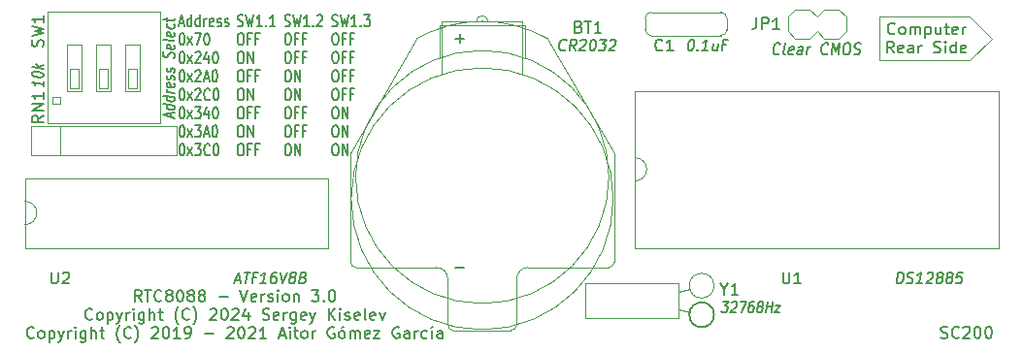
<source format=gbr>
%TF.GenerationSoftware,KiCad,Pcbnew,(6.0.2)*%
%TF.CreationDate,2024-04-27T00:41:05-07:00*%
%TF.ProjectId,RTC8088,52544338-3038-4382-9e6b-696361645f70,3.0*%
%TF.SameCoordinates,Original*%
%TF.FileFunction,Legend,Top*%
%TF.FilePolarity,Positive*%
%FSLAX46Y46*%
G04 Gerber Fmt 4.6, Leading zero omitted, Abs format (unit mm)*
G04 Created by KiCad (PCBNEW (6.0.2)) date 2024-04-27 00:41:05*
%MOMM*%
%LPD*%
G01*
G04 APERTURE LIST*
%ADD10C,0.150000*%
%ADD11C,0.120000*%
G04 APERTURE END LIST*
D10*
X189873214Y-85812261D02*
X190016071Y-85859880D01*
X190254166Y-85859880D01*
X190349404Y-85812261D01*
X190397023Y-85764642D01*
X190444642Y-85669404D01*
X190444642Y-85574166D01*
X190397023Y-85478928D01*
X190349404Y-85431309D01*
X190254166Y-85383690D01*
X190063690Y-85336071D01*
X189968452Y-85288452D01*
X189920833Y-85240833D01*
X189873214Y-85145595D01*
X189873214Y-85050357D01*
X189920833Y-84955119D01*
X189968452Y-84907500D01*
X190063690Y-84859880D01*
X190301785Y-84859880D01*
X190444642Y-84907500D01*
X191444642Y-85764642D02*
X191397023Y-85812261D01*
X191254166Y-85859880D01*
X191158928Y-85859880D01*
X191016071Y-85812261D01*
X190920833Y-85717023D01*
X190873214Y-85621785D01*
X190825595Y-85431309D01*
X190825595Y-85288452D01*
X190873214Y-85097976D01*
X190920833Y-85002738D01*
X191016071Y-84907500D01*
X191158928Y-84859880D01*
X191254166Y-84859880D01*
X191397023Y-84907500D01*
X191444642Y-84955119D01*
X191825595Y-84955119D02*
X191873214Y-84907500D01*
X191968452Y-84859880D01*
X192206547Y-84859880D01*
X192301785Y-84907500D01*
X192349404Y-84955119D01*
X192397023Y-85050357D01*
X192397023Y-85145595D01*
X192349404Y-85288452D01*
X191777976Y-85859880D01*
X192397023Y-85859880D01*
X193016071Y-84859880D02*
X193111309Y-84859880D01*
X193206547Y-84907500D01*
X193254166Y-84955119D01*
X193301785Y-85050357D01*
X193349404Y-85240833D01*
X193349404Y-85478928D01*
X193301785Y-85669404D01*
X193254166Y-85764642D01*
X193206547Y-85812261D01*
X193111309Y-85859880D01*
X193016071Y-85859880D01*
X192920833Y-85812261D01*
X192873214Y-85764642D01*
X192825595Y-85669404D01*
X192777976Y-85478928D01*
X192777976Y-85240833D01*
X192825595Y-85050357D01*
X192873214Y-84955119D01*
X192920833Y-84907500D01*
X193016071Y-84859880D01*
X193968452Y-84859880D02*
X194063690Y-84859880D01*
X194158928Y-84907500D01*
X194206547Y-84955119D01*
X194254166Y-85050357D01*
X194301785Y-85240833D01*
X194301785Y-85478928D01*
X194254166Y-85669404D01*
X194206547Y-85764642D01*
X194158928Y-85812261D01*
X194063690Y-85859880D01*
X193968452Y-85859880D01*
X193873214Y-85812261D01*
X193825595Y-85764642D01*
X193777976Y-85669404D01*
X193730357Y-85478928D01*
X193730357Y-85240833D01*
X193777976Y-85050357D01*
X193825595Y-84955119D01*
X193873214Y-84907500D01*
X193968452Y-84859880D01*
X136774880Y-58587261D02*
X136889166Y-58634880D01*
X137079642Y-58634880D01*
X137155833Y-58587261D01*
X137193928Y-58539642D01*
X137232023Y-58444404D01*
X137232023Y-58349166D01*
X137193928Y-58253928D01*
X137155833Y-58206309D01*
X137079642Y-58158690D01*
X136927261Y-58111071D01*
X136851071Y-58063452D01*
X136812976Y-58015833D01*
X136774880Y-57920595D01*
X136774880Y-57825357D01*
X136812976Y-57730119D01*
X136851071Y-57682500D01*
X136927261Y-57634880D01*
X137117738Y-57634880D01*
X137232023Y-57682500D01*
X137498690Y-57634880D02*
X137689166Y-58634880D01*
X137841547Y-57920595D01*
X137993928Y-58634880D01*
X138184404Y-57634880D01*
X138908214Y-58634880D02*
X138451071Y-58634880D01*
X138679642Y-58634880D02*
X138679642Y-57634880D01*
X138603452Y-57777738D01*
X138527261Y-57872976D01*
X138451071Y-57920595D01*
X139251071Y-58539642D02*
X139289166Y-58587261D01*
X139251071Y-58634880D01*
X139212976Y-58587261D01*
X139251071Y-58539642D01*
X139251071Y-58634880D01*
X139555833Y-57634880D02*
X140051071Y-57634880D01*
X139784404Y-58015833D01*
X139898690Y-58015833D01*
X139974880Y-58063452D01*
X140012976Y-58111071D01*
X140051071Y-58206309D01*
X140051071Y-58444404D01*
X140012976Y-58539642D01*
X139974880Y-58587261D01*
X139898690Y-58634880D01*
X139670119Y-58634880D01*
X139593928Y-58587261D01*
X139555833Y-58539642D01*
X136965357Y-59244880D02*
X137117738Y-59244880D01*
X137193928Y-59292500D01*
X137270119Y-59387738D01*
X137308214Y-59578214D01*
X137308214Y-59911547D01*
X137270119Y-60102023D01*
X137193928Y-60197261D01*
X137117738Y-60244880D01*
X136965357Y-60244880D01*
X136889166Y-60197261D01*
X136812976Y-60102023D01*
X136774880Y-59911547D01*
X136774880Y-59578214D01*
X136812976Y-59387738D01*
X136889166Y-59292500D01*
X136965357Y-59244880D01*
X137917738Y-59721071D02*
X137651071Y-59721071D01*
X137651071Y-60244880D02*
X137651071Y-59244880D01*
X138032023Y-59244880D01*
X138603452Y-59721071D02*
X138336785Y-59721071D01*
X138336785Y-60244880D02*
X138336785Y-59244880D01*
X138717738Y-59244880D01*
X136965357Y-60854880D02*
X137117738Y-60854880D01*
X137193928Y-60902500D01*
X137270119Y-60997738D01*
X137308214Y-61188214D01*
X137308214Y-61521547D01*
X137270119Y-61712023D01*
X137193928Y-61807261D01*
X137117738Y-61854880D01*
X136965357Y-61854880D01*
X136889166Y-61807261D01*
X136812976Y-61712023D01*
X136774880Y-61521547D01*
X136774880Y-61188214D01*
X136812976Y-60997738D01*
X136889166Y-60902500D01*
X136965357Y-60854880D01*
X137917738Y-61331071D02*
X137651071Y-61331071D01*
X137651071Y-61854880D02*
X137651071Y-60854880D01*
X138032023Y-60854880D01*
X138603452Y-61331071D02*
X138336785Y-61331071D01*
X138336785Y-61854880D02*
X138336785Y-60854880D01*
X138717738Y-60854880D01*
X136965357Y-62464880D02*
X137117738Y-62464880D01*
X137193928Y-62512500D01*
X137270119Y-62607738D01*
X137308214Y-62798214D01*
X137308214Y-63131547D01*
X137270119Y-63322023D01*
X137193928Y-63417261D01*
X137117738Y-63464880D01*
X136965357Y-63464880D01*
X136889166Y-63417261D01*
X136812976Y-63322023D01*
X136774880Y-63131547D01*
X136774880Y-62798214D01*
X136812976Y-62607738D01*
X136889166Y-62512500D01*
X136965357Y-62464880D01*
X137917738Y-62941071D02*
X137651071Y-62941071D01*
X137651071Y-63464880D02*
X137651071Y-62464880D01*
X138032023Y-62464880D01*
X138603452Y-62941071D02*
X138336785Y-62941071D01*
X138336785Y-63464880D02*
X138336785Y-62464880D01*
X138717738Y-62464880D01*
X136965357Y-64074880D02*
X137117738Y-64074880D01*
X137193928Y-64122500D01*
X137270119Y-64217738D01*
X137308214Y-64408214D01*
X137308214Y-64741547D01*
X137270119Y-64932023D01*
X137193928Y-65027261D01*
X137117738Y-65074880D01*
X136965357Y-65074880D01*
X136889166Y-65027261D01*
X136812976Y-64932023D01*
X136774880Y-64741547D01*
X136774880Y-64408214D01*
X136812976Y-64217738D01*
X136889166Y-64122500D01*
X136965357Y-64074880D01*
X137917738Y-64551071D02*
X137651071Y-64551071D01*
X137651071Y-65074880D02*
X137651071Y-64074880D01*
X138032023Y-64074880D01*
X138603452Y-64551071D02*
X138336785Y-64551071D01*
X138336785Y-65074880D02*
X138336785Y-64074880D01*
X138717738Y-64074880D01*
X136965357Y-65684880D02*
X137117738Y-65684880D01*
X137193928Y-65732500D01*
X137270119Y-65827738D01*
X137308214Y-66018214D01*
X137308214Y-66351547D01*
X137270119Y-66542023D01*
X137193928Y-66637261D01*
X137117738Y-66684880D01*
X136965357Y-66684880D01*
X136889166Y-66637261D01*
X136812976Y-66542023D01*
X136774880Y-66351547D01*
X136774880Y-66018214D01*
X136812976Y-65827738D01*
X136889166Y-65732500D01*
X136965357Y-65684880D01*
X137651071Y-66684880D02*
X137651071Y-65684880D01*
X138108214Y-66684880D01*
X138108214Y-65684880D01*
X136965357Y-67294880D02*
X137117738Y-67294880D01*
X137193928Y-67342500D01*
X137270119Y-67437738D01*
X137308214Y-67628214D01*
X137308214Y-67961547D01*
X137270119Y-68152023D01*
X137193928Y-68247261D01*
X137117738Y-68294880D01*
X136965357Y-68294880D01*
X136889166Y-68247261D01*
X136812976Y-68152023D01*
X136774880Y-67961547D01*
X136774880Y-67628214D01*
X136812976Y-67437738D01*
X136889166Y-67342500D01*
X136965357Y-67294880D01*
X137651071Y-68294880D02*
X137651071Y-67294880D01*
X138108214Y-68294880D01*
X138108214Y-67294880D01*
X136965357Y-68904880D02*
X137117738Y-68904880D01*
X137193928Y-68952500D01*
X137270119Y-69047738D01*
X137308214Y-69238214D01*
X137308214Y-69571547D01*
X137270119Y-69762023D01*
X137193928Y-69857261D01*
X137117738Y-69904880D01*
X136965357Y-69904880D01*
X136889166Y-69857261D01*
X136812976Y-69762023D01*
X136774880Y-69571547D01*
X136774880Y-69238214D01*
X136812976Y-69047738D01*
X136889166Y-68952500D01*
X136965357Y-68904880D01*
X137651071Y-69904880D02*
X137651071Y-68904880D01*
X138108214Y-69904880D01*
X138108214Y-68904880D01*
X132647380Y-58587261D02*
X132761666Y-58634880D01*
X132952142Y-58634880D01*
X133028333Y-58587261D01*
X133066428Y-58539642D01*
X133104523Y-58444404D01*
X133104523Y-58349166D01*
X133066428Y-58253928D01*
X133028333Y-58206309D01*
X132952142Y-58158690D01*
X132799761Y-58111071D01*
X132723571Y-58063452D01*
X132685476Y-58015833D01*
X132647380Y-57920595D01*
X132647380Y-57825357D01*
X132685476Y-57730119D01*
X132723571Y-57682500D01*
X132799761Y-57634880D01*
X132990238Y-57634880D01*
X133104523Y-57682500D01*
X133371190Y-57634880D02*
X133561666Y-58634880D01*
X133714047Y-57920595D01*
X133866428Y-58634880D01*
X134056904Y-57634880D01*
X134780714Y-58634880D02*
X134323571Y-58634880D01*
X134552142Y-58634880D02*
X134552142Y-57634880D01*
X134475952Y-57777738D01*
X134399761Y-57872976D01*
X134323571Y-57920595D01*
X135123571Y-58539642D02*
X135161666Y-58587261D01*
X135123571Y-58634880D01*
X135085476Y-58587261D01*
X135123571Y-58539642D01*
X135123571Y-58634880D01*
X135466428Y-57730119D02*
X135504523Y-57682500D01*
X135580714Y-57634880D01*
X135771190Y-57634880D01*
X135847380Y-57682500D01*
X135885476Y-57730119D01*
X135923571Y-57825357D01*
X135923571Y-57920595D01*
X135885476Y-58063452D01*
X135428333Y-58634880D01*
X135923571Y-58634880D01*
X132837857Y-59244880D02*
X132990238Y-59244880D01*
X133066428Y-59292500D01*
X133142619Y-59387738D01*
X133180714Y-59578214D01*
X133180714Y-59911547D01*
X133142619Y-60102023D01*
X133066428Y-60197261D01*
X132990238Y-60244880D01*
X132837857Y-60244880D01*
X132761666Y-60197261D01*
X132685476Y-60102023D01*
X132647380Y-59911547D01*
X132647380Y-59578214D01*
X132685476Y-59387738D01*
X132761666Y-59292500D01*
X132837857Y-59244880D01*
X133790238Y-59721071D02*
X133523571Y-59721071D01*
X133523571Y-60244880D02*
X133523571Y-59244880D01*
X133904523Y-59244880D01*
X134475952Y-59721071D02*
X134209285Y-59721071D01*
X134209285Y-60244880D02*
X134209285Y-59244880D01*
X134590238Y-59244880D01*
X132837857Y-60854880D02*
X132990238Y-60854880D01*
X133066428Y-60902500D01*
X133142619Y-60997738D01*
X133180714Y-61188214D01*
X133180714Y-61521547D01*
X133142619Y-61712023D01*
X133066428Y-61807261D01*
X132990238Y-61854880D01*
X132837857Y-61854880D01*
X132761666Y-61807261D01*
X132685476Y-61712023D01*
X132647380Y-61521547D01*
X132647380Y-61188214D01*
X132685476Y-60997738D01*
X132761666Y-60902500D01*
X132837857Y-60854880D01*
X133790238Y-61331071D02*
X133523571Y-61331071D01*
X133523571Y-61854880D02*
X133523571Y-60854880D01*
X133904523Y-60854880D01*
X134475952Y-61331071D02*
X134209285Y-61331071D01*
X134209285Y-61854880D02*
X134209285Y-60854880D01*
X134590238Y-60854880D01*
X132837857Y-62464880D02*
X132990238Y-62464880D01*
X133066428Y-62512500D01*
X133142619Y-62607738D01*
X133180714Y-62798214D01*
X133180714Y-63131547D01*
X133142619Y-63322023D01*
X133066428Y-63417261D01*
X132990238Y-63464880D01*
X132837857Y-63464880D01*
X132761666Y-63417261D01*
X132685476Y-63322023D01*
X132647380Y-63131547D01*
X132647380Y-62798214D01*
X132685476Y-62607738D01*
X132761666Y-62512500D01*
X132837857Y-62464880D01*
X133523571Y-63464880D02*
X133523571Y-62464880D01*
X133980714Y-63464880D01*
X133980714Y-62464880D01*
X132837857Y-64074880D02*
X132990238Y-64074880D01*
X133066428Y-64122500D01*
X133142619Y-64217738D01*
X133180714Y-64408214D01*
X133180714Y-64741547D01*
X133142619Y-64932023D01*
X133066428Y-65027261D01*
X132990238Y-65074880D01*
X132837857Y-65074880D01*
X132761666Y-65027261D01*
X132685476Y-64932023D01*
X132647380Y-64741547D01*
X132647380Y-64408214D01*
X132685476Y-64217738D01*
X132761666Y-64122500D01*
X132837857Y-64074880D01*
X133523571Y-65074880D02*
X133523571Y-64074880D01*
X133980714Y-65074880D01*
X133980714Y-64074880D01*
X132837857Y-65684880D02*
X132990238Y-65684880D01*
X133066428Y-65732500D01*
X133142619Y-65827738D01*
X133180714Y-66018214D01*
X133180714Y-66351547D01*
X133142619Y-66542023D01*
X133066428Y-66637261D01*
X132990238Y-66684880D01*
X132837857Y-66684880D01*
X132761666Y-66637261D01*
X132685476Y-66542023D01*
X132647380Y-66351547D01*
X132647380Y-66018214D01*
X132685476Y-65827738D01*
X132761666Y-65732500D01*
X132837857Y-65684880D01*
X133790238Y-66161071D02*
X133523571Y-66161071D01*
X133523571Y-66684880D02*
X133523571Y-65684880D01*
X133904523Y-65684880D01*
X134475952Y-66161071D02*
X134209285Y-66161071D01*
X134209285Y-66684880D02*
X134209285Y-65684880D01*
X134590238Y-65684880D01*
X132837857Y-67294880D02*
X132990238Y-67294880D01*
X133066428Y-67342500D01*
X133142619Y-67437738D01*
X133180714Y-67628214D01*
X133180714Y-67961547D01*
X133142619Y-68152023D01*
X133066428Y-68247261D01*
X132990238Y-68294880D01*
X132837857Y-68294880D01*
X132761666Y-68247261D01*
X132685476Y-68152023D01*
X132647380Y-67961547D01*
X132647380Y-67628214D01*
X132685476Y-67437738D01*
X132761666Y-67342500D01*
X132837857Y-67294880D01*
X133790238Y-67771071D02*
X133523571Y-67771071D01*
X133523571Y-68294880D02*
X133523571Y-67294880D01*
X133904523Y-67294880D01*
X134475952Y-67771071D02*
X134209285Y-67771071D01*
X134209285Y-68294880D02*
X134209285Y-67294880D01*
X134590238Y-67294880D01*
X132837857Y-68904880D02*
X132990238Y-68904880D01*
X133066428Y-68952500D01*
X133142619Y-69047738D01*
X133180714Y-69238214D01*
X133180714Y-69571547D01*
X133142619Y-69762023D01*
X133066428Y-69857261D01*
X132990238Y-69904880D01*
X132837857Y-69904880D01*
X132761666Y-69857261D01*
X132685476Y-69762023D01*
X132647380Y-69571547D01*
X132647380Y-69238214D01*
X132685476Y-69047738D01*
X132761666Y-68952500D01*
X132837857Y-68904880D01*
X133523571Y-69904880D02*
X133523571Y-68904880D01*
X133980714Y-69904880D01*
X133980714Y-68904880D01*
X123439880Y-58349166D02*
X123820833Y-58349166D01*
X123363690Y-58634880D02*
X123630357Y-57634880D01*
X123897023Y-58634880D01*
X124506547Y-58634880D02*
X124506547Y-57634880D01*
X124506547Y-58587261D02*
X124430357Y-58634880D01*
X124277976Y-58634880D01*
X124201785Y-58587261D01*
X124163690Y-58539642D01*
X124125595Y-58444404D01*
X124125595Y-58158690D01*
X124163690Y-58063452D01*
X124201785Y-58015833D01*
X124277976Y-57968214D01*
X124430357Y-57968214D01*
X124506547Y-58015833D01*
X125230357Y-58634880D02*
X125230357Y-57634880D01*
X125230357Y-58587261D02*
X125154166Y-58634880D01*
X125001785Y-58634880D01*
X124925595Y-58587261D01*
X124887500Y-58539642D01*
X124849404Y-58444404D01*
X124849404Y-58158690D01*
X124887500Y-58063452D01*
X124925595Y-58015833D01*
X125001785Y-57968214D01*
X125154166Y-57968214D01*
X125230357Y-58015833D01*
X125611309Y-58634880D02*
X125611309Y-57968214D01*
X125611309Y-58158690D02*
X125649404Y-58063452D01*
X125687500Y-58015833D01*
X125763690Y-57968214D01*
X125839880Y-57968214D01*
X126411309Y-58587261D02*
X126335119Y-58634880D01*
X126182738Y-58634880D01*
X126106547Y-58587261D01*
X126068452Y-58492023D01*
X126068452Y-58111071D01*
X126106547Y-58015833D01*
X126182738Y-57968214D01*
X126335119Y-57968214D01*
X126411309Y-58015833D01*
X126449404Y-58111071D01*
X126449404Y-58206309D01*
X126068452Y-58301547D01*
X126754166Y-58587261D02*
X126830357Y-58634880D01*
X126982738Y-58634880D01*
X127058928Y-58587261D01*
X127097023Y-58492023D01*
X127097023Y-58444404D01*
X127058928Y-58349166D01*
X126982738Y-58301547D01*
X126868452Y-58301547D01*
X126792261Y-58253928D01*
X126754166Y-58158690D01*
X126754166Y-58111071D01*
X126792261Y-58015833D01*
X126868452Y-57968214D01*
X126982738Y-57968214D01*
X127058928Y-58015833D01*
X127401785Y-58587261D02*
X127477976Y-58634880D01*
X127630357Y-58634880D01*
X127706547Y-58587261D01*
X127744642Y-58492023D01*
X127744642Y-58444404D01*
X127706547Y-58349166D01*
X127630357Y-58301547D01*
X127516071Y-58301547D01*
X127439880Y-58253928D01*
X127401785Y-58158690D01*
X127401785Y-58111071D01*
X127439880Y-58015833D01*
X127516071Y-57968214D01*
X127630357Y-57968214D01*
X127706547Y-58015833D01*
X123630357Y-59244880D02*
X123706547Y-59244880D01*
X123782738Y-59292500D01*
X123820833Y-59340119D01*
X123858928Y-59435357D01*
X123897023Y-59625833D01*
X123897023Y-59863928D01*
X123858928Y-60054404D01*
X123820833Y-60149642D01*
X123782738Y-60197261D01*
X123706547Y-60244880D01*
X123630357Y-60244880D01*
X123554166Y-60197261D01*
X123516071Y-60149642D01*
X123477976Y-60054404D01*
X123439880Y-59863928D01*
X123439880Y-59625833D01*
X123477976Y-59435357D01*
X123516071Y-59340119D01*
X123554166Y-59292500D01*
X123630357Y-59244880D01*
X124163690Y-60244880D02*
X124582738Y-59578214D01*
X124163690Y-59578214D02*
X124582738Y-60244880D01*
X124811309Y-59244880D02*
X125344642Y-59244880D01*
X125001785Y-60244880D01*
X125801785Y-59244880D02*
X125877976Y-59244880D01*
X125954166Y-59292500D01*
X125992261Y-59340119D01*
X126030357Y-59435357D01*
X126068452Y-59625833D01*
X126068452Y-59863928D01*
X126030357Y-60054404D01*
X125992261Y-60149642D01*
X125954166Y-60197261D01*
X125877976Y-60244880D01*
X125801785Y-60244880D01*
X125725595Y-60197261D01*
X125687500Y-60149642D01*
X125649404Y-60054404D01*
X125611309Y-59863928D01*
X125611309Y-59625833D01*
X125649404Y-59435357D01*
X125687500Y-59340119D01*
X125725595Y-59292500D01*
X125801785Y-59244880D01*
X123630357Y-60854880D02*
X123706547Y-60854880D01*
X123782738Y-60902500D01*
X123820833Y-60950119D01*
X123858928Y-61045357D01*
X123897023Y-61235833D01*
X123897023Y-61473928D01*
X123858928Y-61664404D01*
X123820833Y-61759642D01*
X123782738Y-61807261D01*
X123706547Y-61854880D01*
X123630357Y-61854880D01*
X123554166Y-61807261D01*
X123516071Y-61759642D01*
X123477976Y-61664404D01*
X123439880Y-61473928D01*
X123439880Y-61235833D01*
X123477976Y-61045357D01*
X123516071Y-60950119D01*
X123554166Y-60902500D01*
X123630357Y-60854880D01*
X124163690Y-61854880D02*
X124582738Y-61188214D01*
X124163690Y-61188214D02*
X124582738Y-61854880D01*
X124849404Y-60950119D02*
X124887500Y-60902500D01*
X124963690Y-60854880D01*
X125154166Y-60854880D01*
X125230357Y-60902500D01*
X125268452Y-60950119D01*
X125306547Y-61045357D01*
X125306547Y-61140595D01*
X125268452Y-61283452D01*
X124811309Y-61854880D01*
X125306547Y-61854880D01*
X125992261Y-61188214D02*
X125992261Y-61854880D01*
X125801785Y-60807261D02*
X125611309Y-61521547D01*
X126106547Y-61521547D01*
X126563690Y-60854880D02*
X126639880Y-60854880D01*
X126716071Y-60902500D01*
X126754166Y-60950119D01*
X126792261Y-61045357D01*
X126830357Y-61235833D01*
X126830357Y-61473928D01*
X126792261Y-61664404D01*
X126754166Y-61759642D01*
X126716071Y-61807261D01*
X126639880Y-61854880D01*
X126563690Y-61854880D01*
X126487500Y-61807261D01*
X126449404Y-61759642D01*
X126411309Y-61664404D01*
X126373214Y-61473928D01*
X126373214Y-61235833D01*
X126411309Y-61045357D01*
X126449404Y-60950119D01*
X126487500Y-60902500D01*
X126563690Y-60854880D01*
X123630357Y-62464880D02*
X123706547Y-62464880D01*
X123782738Y-62512500D01*
X123820833Y-62560119D01*
X123858928Y-62655357D01*
X123897023Y-62845833D01*
X123897023Y-63083928D01*
X123858928Y-63274404D01*
X123820833Y-63369642D01*
X123782738Y-63417261D01*
X123706547Y-63464880D01*
X123630357Y-63464880D01*
X123554166Y-63417261D01*
X123516071Y-63369642D01*
X123477976Y-63274404D01*
X123439880Y-63083928D01*
X123439880Y-62845833D01*
X123477976Y-62655357D01*
X123516071Y-62560119D01*
X123554166Y-62512500D01*
X123630357Y-62464880D01*
X124163690Y-63464880D02*
X124582738Y-62798214D01*
X124163690Y-62798214D02*
X124582738Y-63464880D01*
X124849404Y-62560119D02*
X124887500Y-62512500D01*
X124963690Y-62464880D01*
X125154166Y-62464880D01*
X125230357Y-62512500D01*
X125268452Y-62560119D01*
X125306547Y-62655357D01*
X125306547Y-62750595D01*
X125268452Y-62893452D01*
X124811309Y-63464880D01*
X125306547Y-63464880D01*
X125611309Y-63179166D02*
X125992261Y-63179166D01*
X125535119Y-63464880D02*
X125801785Y-62464880D01*
X126068452Y-63464880D01*
X126487500Y-62464880D02*
X126563690Y-62464880D01*
X126639880Y-62512500D01*
X126677976Y-62560119D01*
X126716071Y-62655357D01*
X126754166Y-62845833D01*
X126754166Y-63083928D01*
X126716071Y-63274404D01*
X126677976Y-63369642D01*
X126639880Y-63417261D01*
X126563690Y-63464880D01*
X126487500Y-63464880D01*
X126411309Y-63417261D01*
X126373214Y-63369642D01*
X126335119Y-63274404D01*
X126297023Y-63083928D01*
X126297023Y-62845833D01*
X126335119Y-62655357D01*
X126373214Y-62560119D01*
X126411309Y-62512500D01*
X126487500Y-62464880D01*
X123630357Y-64074880D02*
X123706547Y-64074880D01*
X123782738Y-64122500D01*
X123820833Y-64170119D01*
X123858928Y-64265357D01*
X123897023Y-64455833D01*
X123897023Y-64693928D01*
X123858928Y-64884404D01*
X123820833Y-64979642D01*
X123782738Y-65027261D01*
X123706547Y-65074880D01*
X123630357Y-65074880D01*
X123554166Y-65027261D01*
X123516071Y-64979642D01*
X123477976Y-64884404D01*
X123439880Y-64693928D01*
X123439880Y-64455833D01*
X123477976Y-64265357D01*
X123516071Y-64170119D01*
X123554166Y-64122500D01*
X123630357Y-64074880D01*
X124163690Y-65074880D02*
X124582738Y-64408214D01*
X124163690Y-64408214D02*
X124582738Y-65074880D01*
X124849404Y-64170119D02*
X124887500Y-64122500D01*
X124963690Y-64074880D01*
X125154166Y-64074880D01*
X125230357Y-64122500D01*
X125268452Y-64170119D01*
X125306547Y-64265357D01*
X125306547Y-64360595D01*
X125268452Y-64503452D01*
X124811309Y-65074880D01*
X125306547Y-65074880D01*
X126106547Y-64979642D02*
X126068452Y-65027261D01*
X125954166Y-65074880D01*
X125877976Y-65074880D01*
X125763690Y-65027261D01*
X125687500Y-64932023D01*
X125649404Y-64836785D01*
X125611309Y-64646309D01*
X125611309Y-64503452D01*
X125649404Y-64312976D01*
X125687500Y-64217738D01*
X125763690Y-64122500D01*
X125877976Y-64074880D01*
X125954166Y-64074880D01*
X126068452Y-64122500D01*
X126106547Y-64170119D01*
X126601785Y-64074880D02*
X126677976Y-64074880D01*
X126754166Y-64122500D01*
X126792261Y-64170119D01*
X126830357Y-64265357D01*
X126868452Y-64455833D01*
X126868452Y-64693928D01*
X126830357Y-64884404D01*
X126792261Y-64979642D01*
X126754166Y-65027261D01*
X126677976Y-65074880D01*
X126601785Y-65074880D01*
X126525595Y-65027261D01*
X126487500Y-64979642D01*
X126449404Y-64884404D01*
X126411309Y-64693928D01*
X126411309Y-64455833D01*
X126449404Y-64265357D01*
X126487500Y-64170119D01*
X126525595Y-64122500D01*
X126601785Y-64074880D01*
X123630357Y-65684880D02*
X123706547Y-65684880D01*
X123782738Y-65732500D01*
X123820833Y-65780119D01*
X123858928Y-65875357D01*
X123897023Y-66065833D01*
X123897023Y-66303928D01*
X123858928Y-66494404D01*
X123820833Y-66589642D01*
X123782738Y-66637261D01*
X123706547Y-66684880D01*
X123630357Y-66684880D01*
X123554166Y-66637261D01*
X123516071Y-66589642D01*
X123477976Y-66494404D01*
X123439880Y-66303928D01*
X123439880Y-66065833D01*
X123477976Y-65875357D01*
X123516071Y-65780119D01*
X123554166Y-65732500D01*
X123630357Y-65684880D01*
X124163690Y-66684880D02*
X124582738Y-66018214D01*
X124163690Y-66018214D02*
X124582738Y-66684880D01*
X124811309Y-65684880D02*
X125306547Y-65684880D01*
X125039880Y-66065833D01*
X125154166Y-66065833D01*
X125230357Y-66113452D01*
X125268452Y-66161071D01*
X125306547Y-66256309D01*
X125306547Y-66494404D01*
X125268452Y-66589642D01*
X125230357Y-66637261D01*
X125154166Y-66684880D01*
X124925595Y-66684880D01*
X124849404Y-66637261D01*
X124811309Y-66589642D01*
X125992261Y-66018214D02*
X125992261Y-66684880D01*
X125801785Y-65637261D02*
X125611309Y-66351547D01*
X126106547Y-66351547D01*
X126563690Y-65684880D02*
X126639880Y-65684880D01*
X126716071Y-65732500D01*
X126754166Y-65780119D01*
X126792261Y-65875357D01*
X126830357Y-66065833D01*
X126830357Y-66303928D01*
X126792261Y-66494404D01*
X126754166Y-66589642D01*
X126716071Y-66637261D01*
X126639880Y-66684880D01*
X126563690Y-66684880D01*
X126487500Y-66637261D01*
X126449404Y-66589642D01*
X126411309Y-66494404D01*
X126373214Y-66303928D01*
X126373214Y-66065833D01*
X126411309Y-65875357D01*
X126449404Y-65780119D01*
X126487500Y-65732500D01*
X126563690Y-65684880D01*
X123630357Y-67294880D02*
X123706547Y-67294880D01*
X123782738Y-67342500D01*
X123820833Y-67390119D01*
X123858928Y-67485357D01*
X123897023Y-67675833D01*
X123897023Y-67913928D01*
X123858928Y-68104404D01*
X123820833Y-68199642D01*
X123782738Y-68247261D01*
X123706547Y-68294880D01*
X123630357Y-68294880D01*
X123554166Y-68247261D01*
X123516071Y-68199642D01*
X123477976Y-68104404D01*
X123439880Y-67913928D01*
X123439880Y-67675833D01*
X123477976Y-67485357D01*
X123516071Y-67390119D01*
X123554166Y-67342500D01*
X123630357Y-67294880D01*
X124163690Y-68294880D02*
X124582738Y-67628214D01*
X124163690Y-67628214D02*
X124582738Y-68294880D01*
X124811309Y-67294880D02*
X125306547Y-67294880D01*
X125039880Y-67675833D01*
X125154166Y-67675833D01*
X125230357Y-67723452D01*
X125268452Y-67771071D01*
X125306547Y-67866309D01*
X125306547Y-68104404D01*
X125268452Y-68199642D01*
X125230357Y-68247261D01*
X125154166Y-68294880D01*
X124925595Y-68294880D01*
X124849404Y-68247261D01*
X124811309Y-68199642D01*
X125611309Y-68009166D02*
X125992261Y-68009166D01*
X125535119Y-68294880D02*
X125801785Y-67294880D01*
X126068452Y-68294880D01*
X126487500Y-67294880D02*
X126563690Y-67294880D01*
X126639880Y-67342500D01*
X126677976Y-67390119D01*
X126716071Y-67485357D01*
X126754166Y-67675833D01*
X126754166Y-67913928D01*
X126716071Y-68104404D01*
X126677976Y-68199642D01*
X126639880Y-68247261D01*
X126563690Y-68294880D01*
X126487500Y-68294880D01*
X126411309Y-68247261D01*
X126373214Y-68199642D01*
X126335119Y-68104404D01*
X126297023Y-67913928D01*
X126297023Y-67675833D01*
X126335119Y-67485357D01*
X126373214Y-67390119D01*
X126411309Y-67342500D01*
X126487500Y-67294880D01*
X123630357Y-68904880D02*
X123706547Y-68904880D01*
X123782738Y-68952500D01*
X123820833Y-69000119D01*
X123858928Y-69095357D01*
X123897023Y-69285833D01*
X123897023Y-69523928D01*
X123858928Y-69714404D01*
X123820833Y-69809642D01*
X123782738Y-69857261D01*
X123706547Y-69904880D01*
X123630357Y-69904880D01*
X123554166Y-69857261D01*
X123516071Y-69809642D01*
X123477976Y-69714404D01*
X123439880Y-69523928D01*
X123439880Y-69285833D01*
X123477976Y-69095357D01*
X123516071Y-69000119D01*
X123554166Y-68952500D01*
X123630357Y-68904880D01*
X124163690Y-69904880D02*
X124582738Y-69238214D01*
X124163690Y-69238214D02*
X124582738Y-69904880D01*
X124811309Y-68904880D02*
X125306547Y-68904880D01*
X125039880Y-69285833D01*
X125154166Y-69285833D01*
X125230357Y-69333452D01*
X125268452Y-69381071D01*
X125306547Y-69476309D01*
X125306547Y-69714404D01*
X125268452Y-69809642D01*
X125230357Y-69857261D01*
X125154166Y-69904880D01*
X124925595Y-69904880D01*
X124849404Y-69857261D01*
X124811309Y-69809642D01*
X126106547Y-69809642D02*
X126068452Y-69857261D01*
X125954166Y-69904880D01*
X125877976Y-69904880D01*
X125763690Y-69857261D01*
X125687500Y-69762023D01*
X125649404Y-69666785D01*
X125611309Y-69476309D01*
X125611309Y-69333452D01*
X125649404Y-69142976D01*
X125687500Y-69047738D01*
X125763690Y-68952500D01*
X125877976Y-68904880D01*
X125954166Y-68904880D01*
X126068452Y-68952500D01*
X126106547Y-69000119D01*
X126601785Y-68904880D02*
X126677976Y-68904880D01*
X126754166Y-68952500D01*
X126792261Y-69000119D01*
X126830357Y-69095357D01*
X126868452Y-69285833D01*
X126868452Y-69523928D01*
X126830357Y-69714404D01*
X126792261Y-69809642D01*
X126754166Y-69857261D01*
X126677976Y-69904880D01*
X126601785Y-69904880D01*
X126525595Y-69857261D01*
X126487500Y-69809642D01*
X126449404Y-69714404D01*
X126411309Y-69523928D01*
X126411309Y-69285833D01*
X126449404Y-69095357D01*
X126487500Y-69000119D01*
X126525595Y-68952500D01*
X126601785Y-68904880D01*
D11*
X192405000Y-57785000D02*
X194310000Y-59690000D01*
X184467500Y-61595000D02*
X184467500Y-57785000D01*
X184467500Y-57785000D02*
X192405000Y-57785000D01*
X192405000Y-61595000D02*
X184467500Y-61595000D01*
X194310000Y-59690000D02*
X192405000Y-61595000D01*
D10*
X128519880Y-58587261D02*
X128634166Y-58634880D01*
X128824642Y-58634880D01*
X128900833Y-58587261D01*
X128938928Y-58539642D01*
X128977023Y-58444404D01*
X128977023Y-58349166D01*
X128938928Y-58253928D01*
X128900833Y-58206309D01*
X128824642Y-58158690D01*
X128672261Y-58111071D01*
X128596071Y-58063452D01*
X128557976Y-58015833D01*
X128519880Y-57920595D01*
X128519880Y-57825357D01*
X128557976Y-57730119D01*
X128596071Y-57682500D01*
X128672261Y-57634880D01*
X128862738Y-57634880D01*
X128977023Y-57682500D01*
X129243690Y-57634880D02*
X129434166Y-58634880D01*
X129586547Y-57920595D01*
X129738928Y-58634880D01*
X129929404Y-57634880D01*
X130653214Y-58634880D02*
X130196071Y-58634880D01*
X130424642Y-58634880D02*
X130424642Y-57634880D01*
X130348452Y-57777738D01*
X130272261Y-57872976D01*
X130196071Y-57920595D01*
X130996071Y-58539642D02*
X131034166Y-58587261D01*
X130996071Y-58634880D01*
X130957976Y-58587261D01*
X130996071Y-58539642D01*
X130996071Y-58634880D01*
X131796071Y-58634880D02*
X131338928Y-58634880D01*
X131567500Y-58634880D02*
X131567500Y-57634880D01*
X131491309Y-57777738D01*
X131415119Y-57872976D01*
X131338928Y-57920595D01*
X128710357Y-59244880D02*
X128862738Y-59244880D01*
X128938928Y-59292500D01*
X129015119Y-59387738D01*
X129053214Y-59578214D01*
X129053214Y-59911547D01*
X129015119Y-60102023D01*
X128938928Y-60197261D01*
X128862738Y-60244880D01*
X128710357Y-60244880D01*
X128634166Y-60197261D01*
X128557976Y-60102023D01*
X128519880Y-59911547D01*
X128519880Y-59578214D01*
X128557976Y-59387738D01*
X128634166Y-59292500D01*
X128710357Y-59244880D01*
X129662738Y-59721071D02*
X129396071Y-59721071D01*
X129396071Y-60244880D02*
X129396071Y-59244880D01*
X129777023Y-59244880D01*
X130348452Y-59721071D02*
X130081785Y-59721071D01*
X130081785Y-60244880D02*
X130081785Y-59244880D01*
X130462738Y-59244880D01*
X128710357Y-60854880D02*
X128862738Y-60854880D01*
X128938928Y-60902500D01*
X129015119Y-60997738D01*
X129053214Y-61188214D01*
X129053214Y-61521547D01*
X129015119Y-61712023D01*
X128938928Y-61807261D01*
X128862738Y-61854880D01*
X128710357Y-61854880D01*
X128634166Y-61807261D01*
X128557976Y-61712023D01*
X128519880Y-61521547D01*
X128519880Y-61188214D01*
X128557976Y-60997738D01*
X128634166Y-60902500D01*
X128710357Y-60854880D01*
X129396071Y-61854880D02*
X129396071Y-60854880D01*
X129853214Y-61854880D01*
X129853214Y-60854880D01*
X128710357Y-62464880D02*
X128862738Y-62464880D01*
X128938928Y-62512500D01*
X129015119Y-62607738D01*
X129053214Y-62798214D01*
X129053214Y-63131547D01*
X129015119Y-63322023D01*
X128938928Y-63417261D01*
X128862738Y-63464880D01*
X128710357Y-63464880D01*
X128634166Y-63417261D01*
X128557976Y-63322023D01*
X128519880Y-63131547D01*
X128519880Y-62798214D01*
X128557976Y-62607738D01*
X128634166Y-62512500D01*
X128710357Y-62464880D01*
X129662738Y-62941071D02*
X129396071Y-62941071D01*
X129396071Y-63464880D02*
X129396071Y-62464880D01*
X129777023Y-62464880D01*
X130348452Y-62941071D02*
X130081785Y-62941071D01*
X130081785Y-63464880D02*
X130081785Y-62464880D01*
X130462738Y-62464880D01*
X128710357Y-64074880D02*
X128862738Y-64074880D01*
X128938928Y-64122500D01*
X129015119Y-64217738D01*
X129053214Y-64408214D01*
X129053214Y-64741547D01*
X129015119Y-64932023D01*
X128938928Y-65027261D01*
X128862738Y-65074880D01*
X128710357Y-65074880D01*
X128634166Y-65027261D01*
X128557976Y-64932023D01*
X128519880Y-64741547D01*
X128519880Y-64408214D01*
X128557976Y-64217738D01*
X128634166Y-64122500D01*
X128710357Y-64074880D01*
X129396071Y-65074880D02*
X129396071Y-64074880D01*
X129853214Y-65074880D01*
X129853214Y-64074880D01*
X128710357Y-65684880D02*
X128862738Y-65684880D01*
X128938928Y-65732500D01*
X129015119Y-65827738D01*
X129053214Y-66018214D01*
X129053214Y-66351547D01*
X129015119Y-66542023D01*
X128938928Y-66637261D01*
X128862738Y-66684880D01*
X128710357Y-66684880D01*
X128634166Y-66637261D01*
X128557976Y-66542023D01*
X128519880Y-66351547D01*
X128519880Y-66018214D01*
X128557976Y-65827738D01*
X128634166Y-65732500D01*
X128710357Y-65684880D01*
X129662738Y-66161071D02*
X129396071Y-66161071D01*
X129396071Y-66684880D02*
X129396071Y-65684880D01*
X129777023Y-65684880D01*
X130348452Y-66161071D02*
X130081785Y-66161071D01*
X130081785Y-66684880D02*
X130081785Y-65684880D01*
X130462738Y-65684880D01*
X128710357Y-67294880D02*
X128862738Y-67294880D01*
X128938928Y-67342500D01*
X129015119Y-67437738D01*
X129053214Y-67628214D01*
X129053214Y-67961547D01*
X129015119Y-68152023D01*
X128938928Y-68247261D01*
X128862738Y-68294880D01*
X128710357Y-68294880D01*
X128634166Y-68247261D01*
X128557976Y-68152023D01*
X128519880Y-67961547D01*
X128519880Y-67628214D01*
X128557976Y-67437738D01*
X128634166Y-67342500D01*
X128710357Y-67294880D01*
X129396071Y-68294880D02*
X129396071Y-67294880D01*
X129853214Y-68294880D01*
X129853214Y-67294880D01*
X128710357Y-68904880D02*
X128862738Y-68904880D01*
X128938928Y-68952500D01*
X129015119Y-69047738D01*
X129053214Y-69238214D01*
X129053214Y-69571547D01*
X129015119Y-69762023D01*
X128938928Y-69857261D01*
X128862738Y-69904880D01*
X128710357Y-69904880D01*
X128634166Y-69857261D01*
X128557976Y-69762023D01*
X128519880Y-69571547D01*
X128519880Y-69238214D01*
X128557976Y-69047738D01*
X128634166Y-68952500D01*
X128710357Y-68904880D01*
X129662738Y-69381071D02*
X129396071Y-69381071D01*
X129396071Y-69904880D02*
X129396071Y-68904880D01*
X129777023Y-68904880D01*
X130348452Y-69381071D02*
X130081785Y-69381071D01*
X130081785Y-69904880D02*
X130081785Y-68904880D01*
X130462738Y-68904880D01*
X185856904Y-59242142D02*
X185809285Y-59289761D01*
X185666428Y-59337380D01*
X185571190Y-59337380D01*
X185428333Y-59289761D01*
X185333095Y-59194523D01*
X185285476Y-59099285D01*
X185237857Y-58908809D01*
X185237857Y-58765952D01*
X185285476Y-58575476D01*
X185333095Y-58480238D01*
X185428333Y-58385000D01*
X185571190Y-58337380D01*
X185666428Y-58337380D01*
X185809285Y-58385000D01*
X185856904Y-58432619D01*
X186428333Y-59337380D02*
X186333095Y-59289761D01*
X186285476Y-59242142D01*
X186237857Y-59146904D01*
X186237857Y-58861190D01*
X186285476Y-58765952D01*
X186333095Y-58718333D01*
X186428333Y-58670714D01*
X186571190Y-58670714D01*
X186666428Y-58718333D01*
X186714047Y-58765952D01*
X186761666Y-58861190D01*
X186761666Y-59146904D01*
X186714047Y-59242142D01*
X186666428Y-59289761D01*
X186571190Y-59337380D01*
X186428333Y-59337380D01*
X187190238Y-59337380D02*
X187190238Y-58670714D01*
X187190238Y-58765952D02*
X187237857Y-58718333D01*
X187333095Y-58670714D01*
X187475952Y-58670714D01*
X187571190Y-58718333D01*
X187618809Y-58813571D01*
X187618809Y-59337380D01*
X187618809Y-58813571D02*
X187666428Y-58718333D01*
X187761666Y-58670714D01*
X187904523Y-58670714D01*
X187999761Y-58718333D01*
X188047380Y-58813571D01*
X188047380Y-59337380D01*
X188523571Y-58670714D02*
X188523571Y-59670714D01*
X188523571Y-58718333D02*
X188618809Y-58670714D01*
X188809285Y-58670714D01*
X188904523Y-58718333D01*
X188952142Y-58765952D01*
X188999761Y-58861190D01*
X188999761Y-59146904D01*
X188952142Y-59242142D01*
X188904523Y-59289761D01*
X188809285Y-59337380D01*
X188618809Y-59337380D01*
X188523571Y-59289761D01*
X189856904Y-58670714D02*
X189856904Y-59337380D01*
X189428333Y-58670714D02*
X189428333Y-59194523D01*
X189475952Y-59289761D01*
X189571190Y-59337380D01*
X189714047Y-59337380D01*
X189809285Y-59289761D01*
X189856904Y-59242142D01*
X190190238Y-58670714D02*
X190571190Y-58670714D01*
X190333095Y-58337380D02*
X190333095Y-59194523D01*
X190380714Y-59289761D01*
X190475952Y-59337380D01*
X190571190Y-59337380D01*
X191285476Y-59289761D02*
X191190238Y-59337380D01*
X190999761Y-59337380D01*
X190904523Y-59289761D01*
X190856904Y-59194523D01*
X190856904Y-58813571D01*
X190904523Y-58718333D01*
X190999761Y-58670714D01*
X191190238Y-58670714D01*
X191285476Y-58718333D01*
X191333095Y-58813571D01*
X191333095Y-58908809D01*
X190856904Y-59004047D01*
X191761666Y-59337380D02*
X191761666Y-58670714D01*
X191761666Y-58861190D02*
X191809285Y-58765952D01*
X191856904Y-58718333D01*
X191952142Y-58670714D01*
X192047380Y-58670714D01*
X185737857Y-60947380D02*
X185404523Y-60471190D01*
X185166428Y-60947380D02*
X185166428Y-59947380D01*
X185547380Y-59947380D01*
X185642619Y-59995000D01*
X185690238Y-60042619D01*
X185737857Y-60137857D01*
X185737857Y-60280714D01*
X185690238Y-60375952D01*
X185642619Y-60423571D01*
X185547380Y-60471190D01*
X185166428Y-60471190D01*
X186547380Y-60899761D02*
X186452142Y-60947380D01*
X186261666Y-60947380D01*
X186166428Y-60899761D01*
X186118809Y-60804523D01*
X186118809Y-60423571D01*
X186166428Y-60328333D01*
X186261666Y-60280714D01*
X186452142Y-60280714D01*
X186547380Y-60328333D01*
X186595000Y-60423571D01*
X186595000Y-60518809D01*
X186118809Y-60614047D01*
X187452142Y-60947380D02*
X187452142Y-60423571D01*
X187404523Y-60328333D01*
X187309285Y-60280714D01*
X187118809Y-60280714D01*
X187023571Y-60328333D01*
X187452142Y-60899761D02*
X187356904Y-60947380D01*
X187118809Y-60947380D01*
X187023571Y-60899761D01*
X186975952Y-60804523D01*
X186975952Y-60709285D01*
X187023571Y-60614047D01*
X187118809Y-60566428D01*
X187356904Y-60566428D01*
X187452142Y-60518809D01*
X187928333Y-60947380D02*
X187928333Y-60280714D01*
X187928333Y-60471190D02*
X187975952Y-60375952D01*
X188023571Y-60328333D01*
X188118809Y-60280714D01*
X188214047Y-60280714D01*
X189261666Y-60899761D02*
X189404523Y-60947380D01*
X189642619Y-60947380D01*
X189737857Y-60899761D01*
X189785476Y-60852142D01*
X189833095Y-60756904D01*
X189833095Y-60661666D01*
X189785476Y-60566428D01*
X189737857Y-60518809D01*
X189642619Y-60471190D01*
X189452142Y-60423571D01*
X189356904Y-60375952D01*
X189309285Y-60328333D01*
X189261666Y-60233095D01*
X189261666Y-60137857D01*
X189309285Y-60042619D01*
X189356904Y-59995000D01*
X189452142Y-59947380D01*
X189690238Y-59947380D01*
X189833095Y-59995000D01*
X190261666Y-60947380D02*
X190261666Y-60280714D01*
X190261666Y-59947380D02*
X190214047Y-59995000D01*
X190261666Y-60042619D01*
X190309285Y-59995000D01*
X190261666Y-59947380D01*
X190261666Y-60042619D01*
X191166428Y-60947380D02*
X191166428Y-59947380D01*
X191166428Y-60899761D02*
X191071190Y-60947380D01*
X190880714Y-60947380D01*
X190785476Y-60899761D01*
X190737857Y-60852142D01*
X190690238Y-60756904D01*
X190690238Y-60471190D01*
X190737857Y-60375952D01*
X190785476Y-60328333D01*
X190880714Y-60280714D01*
X191071190Y-60280714D01*
X191166428Y-60328333D01*
X192023571Y-60899761D02*
X191928333Y-60947380D01*
X191737857Y-60947380D01*
X191642619Y-60899761D01*
X191595000Y-60804523D01*
X191595000Y-60423571D01*
X191642619Y-60328333D01*
X191737857Y-60280714D01*
X191928333Y-60280714D01*
X192023571Y-60328333D01*
X192071190Y-60423571D01*
X192071190Y-60518809D01*
X191595000Y-60614047D01*
X120127142Y-82662380D02*
X119793809Y-82186190D01*
X119555714Y-82662380D02*
X119555714Y-81662380D01*
X119936666Y-81662380D01*
X120031904Y-81710000D01*
X120079523Y-81757619D01*
X120127142Y-81852857D01*
X120127142Y-81995714D01*
X120079523Y-82090952D01*
X120031904Y-82138571D01*
X119936666Y-82186190D01*
X119555714Y-82186190D01*
X120412857Y-81662380D02*
X120984285Y-81662380D01*
X120698571Y-82662380D02*
X120698571Y-81662380D01*
X121889047Y-82567142D02*
X121841428Y-82614761D01*
X121698571Y-82662380D01*
X121603333Y-82662380D01*
X121460476Y-82614761D01*
X121365238Y-82519523D01*
X121317619Y-82424285D01*
X121270000Y-82233809D01*
X121270000Y-82090952D01*
X121317619Y-81900476D01*
X121365238Y-81805238D01*
X121460476Y-81710000D01*
X121603333Y-81662380D01*
X121698571Y-81662380D01*
X121841428Y-81710000D01*
X121889047Y-81757619D01*
X122460476Y-82090952D02*
X122365238Y-82043333D01*
X122317619Y-81995714D01*
X122270000Y-81900476D01*
X122270000Y-81852857D01*
X122317619Y-81757619D01*
X122365238Y-81710000D01*
X122460476Y-81662380D01*
X122650952Y-81662380D01*
X122746190Y-81710000D01*
X122793809Y-81757619D01*
X122841428Y-81852857D01*
X122841428Y-81900476D01*
X122793809Y-81995714D01*
X122746190Y-82043333D01*
X122650952Y-82090952D01*
X122460476Y-82090952D01*
X122365238Y-82138571D01*
X122317619Y-82186190D01*
X122270000Y-82281428D01*
X122270000Y-82471904D01*
X122317619Y-82567142D01*
X122365238Y-82614761D01*
X122460476Y-82662380D01*
X122650952Y-82662380D01*
X122746190Y-82614761D01*
X122793809Y-82567142D01*
X122841428Y-82471904D01*
X122841428Y-82281428D01*
X122793809Y-82186190D01*
X122746190Y-82138571D01*
X122650952Y-82090952D01*
X123460476Y-81662380D02*
X123555714Y-81662380D01*
X123650952Y-81710000D01*
X123698571Y-81757619D01*
X123746190Y-81852857D01*
X123793809Y-82043333D01*
X123793809Y-82281428D01*
X123746190Y-82471904D01*
X123698571Y-82567142D01*
X123650952Y-82614761D01*
X123555714Y-82662380D01*
X123460476Y-82662380D01*
X123365238Y-82614761D01*
X123317619Y-82567142D01*
X123270000Y-82471904D01*
X123222380Y-82281428D01*
X123222380Y-82043333D01*
X123270000Y-81852857D01*
X123317619Y-81757619D01*
X123365238Y-81710000D01*
X123460476Y-81662380D01*
X124365238Y-82090952D02*
X124270000Y-82043333D01*
X124222380Y-81995714D01*
X124174761Y-81900476D01*
X124174761Y-81852857D01*
X124222380Y-81757619D01*
X124270000Y-81710000D01*
X124365238Y-81662380D01*
X124555714Y-81662380D01*
X124650952Y-81710000D01*
X124698571Y-81757619D01*
X124746190Y-81852857D01*
X124746190Y-81900476D01*
X124698571Y-81995714D01*
X124650952Y-82043333D01*
X124555714Y-82090952D01*
X124365238Y-82090952D01*
X124270000Y-82138571D01*
X124222380Y-82186190D01*
X124174761Y-82281428D01*
X124174761Y-82471904D01*
X124222380Y-82567142D01*
X124270000Y-82614761D01*
X124365238Y-82662380D01*
X124555714Y-82662380D01*
X124650952Y-82614761D01*
X124698571Y-82567142D01*
X124746190Y-82471904D01*
X124746190Y-82281428D01*
X124698571Y-82186190D01*
X124650952Y-82138571D01*
X124555714Y-82090952D01*
X125317619Y-82090952D02*
X125222380Y-82043333D01*
X125174761Y-81995714D01*
X125127142Y-81900476D01*
X125127142Y-81852857D01*
X125174761Y-81757619D01*
X125222380Y-81710000D01*
X125317619Y-81662380D01*
X125508095Y-81662380D01*
X125603333Y-81710000D01*
X125650952Y-81757619D01*
X125698571Y-81852857D01*
X125698571Y-81900476D01*
X125650952Y-81995714D01*
X125603333Y-82043333D01*
X125508095Y-82090952D01*
X125317619Y-82090952D01*
X125222380Y-82138571D01*
X125174761Y-82186190D01*
X125127142Y-82281428D01*
X125127142Y-82471904D01*
X125174761Y-82567142D01*
X125222380Y-82614761D01*
X125317619Y-82662380D01*
X125508095Y-82662380D01*
X125603333Y-82614761D01*
X125650952Y-82567142D01*
X125698571Y-82471904D01*
X125698571Y-82281428D01*
X125650952Y-82186190D01*
X125603333Y-82138571D01*
X125508095Y-82090952D01*
X126889047Y-82281428D02*
X127650952Y-82281428D01*
X128746190Y-81662380D02*
X129079523Y-82662380D01*
X129412857Y-81662380D01*
X130127142Y-82614761D02*
X130031904Y-82662380D01*
X129841428Y-82662380D01*
X129746190Y-82614761D01*
X129698571Y-82519523D01*
X129698571Y-82138571D01*
X129746190Y-82043333D01*
X129841428Y-81995714D01*
X130031904Y-81995714D01*
X130127142Y-82043333D01*
X130174761Y-82138571D01*
X130174761Y-82233809D01*
X129698571Y-82329047D01*
X130603333Y-82662380D02*
X130603333Y-81995714D01*
X130603333Y-82186190D02*
X130650952Y-82090952D01*
X130698571Y-82043333D01*
X130793809Y-81995714D01*
X130889047Y-81995714D01*
X131174761Y-82614761D02*
X131270000Y-82662380D01*
X131460476Y-82662380D01*
X131555714Y-82614761D01*
X131603333Y-82519523D01*
X131603333Y-82471904D01*
X131555714Y-82376666D01*
X131460476Y-82329047D01*
X131317619Y-82329047D01*
X131222380Y-82281428D01*
X131174761Y-82186190D01*
X131174761Y-82138571D01*
X131222380Y-82043333D01*
X131317619Y-81995714D01*
X131460476Y-81995714D01*
X131555714Y-82043333D01*
X132031904Y-82662380D02*
X132031904Y-81995714D01*
X132031904Y-81662380D02*
X131984285Y-81710000D01*
X132031904Y-81757619D01*
X132079523Y-81710000D01*
X132031904Y-81662380D01*
X132031904Y-81757619D01*
X132650952Y-82662380D02*
X132555714Y-82614761D01*
X132508095Y-82567142D01*
X132460476Y-82471904D01*
X132460476Y-82186190D01*
X132508095Y-82090952D01*
X132555714Y-82043333D01*
X132650952Y-81995714D01*
X132793809Y-81995714D01*
X132889047Y-82043333D01*
X132936666Y-82090952D01*
X132984285Y-82186190D01*
X132984285Y-82471904D01*
X132936666Y-82567142D01*
X132889047Y-82614761D01*
X132793809Y-82662380D01*
X132650952Y-82662380D01*
X133412857Y-81995714D02*
X133412857Y-82662380D01*
X133412857Y-82090952D02*
X133460476Y-82043333D01*
X133555714Y-81995714D01*
X133698571Y-81995714D01*
X133793809Y-82043333D01*
X133841428Y-82138571D01*
X133841428Y-82662380D01*
X134984285Y-81662380D02*
X135603333Y-81662380D01*
X135270000Y-82043333D01*
X135412857Y-82043333D01*
X135508095Y-82090952D01*
X135555714Y-82138571D01*
X135603333Y-82233809D01*
X135603333Y-82471904D01*
X135555714Y-82567142D01*
X135508095Y-82614761D01*
X135412857Y-82662380D01*
X135127142Y-82662380D01*
X135031904Y-82614761D01*
X134984285Y-82567142D01*
X136031904Y-82567142D02*
X136079523Y-82614761D01*
X136031904Y-82662380D01*
X135984285Y-82614761D01*
X136031904Y-82567142D01*
X136031904Y-82662380D01*
X136698571Y-81662380D02*
X136793809Y-81662380D01*
X136889047Y-81710000D01*
X136936666Y-81757619D01*
X136984285Y-81852857D01*
X137031904Y-82043333D01*
X137031904Y-82281428D01*
X136984285Y-82471904D01*
X136936666Y-82567142D01*
X136889047Y-82614761D01*
X136793809Y-82662380D01*
X136698571Y-82662380D01*
X136603333Y-82614761D01*
X136555714Y-82567142D01*
X136508095Y-82471904D01*
X136460476Y-82281428D01*
X136460476Y-82043333D01*
X136508095Y-81852857D01*
X136555714Y-81757619D01*
X136603333Y-81710000D01*
X136698571Y-81662380D01*
X115841428Y-84177142D02*
X115793809Y-84224761D01*
X115650952Y-84272380D01*
X115555714Y-84272380D01*
X115412857Y-84224761D01*
X115317619Y-84129523D01*
X115270000Y-84034285D01*
X115222380Y-83843809D01*
X115222380Y-83700952D01*
X115270000Y-83510476D01*
X115317619Y-83415238D01*
X115412857Y-83320000D01*
X115555714Y-83272380D01*
X115650952Y-83272380D01*
X115793809Y-83320000D01*
X115841428Y-83367619D01*
X116412857Y-84272380D02*
X116317619Y-84224761D01*
X116270000Y-84177142D01*
X116222380Y-84081904D01*
X116222380Y-83796190D01*
X116270000Y-83700952D01*
X116317619Y-83653333D01*
X116412857Y-83605714D01*
X116555714Y-83605714D01*
X116650952Y-83653333D01*
X116698571Y-83700952D01*
X116746190Y-83796190D01*
X116746190Y-84081904D01*
X116698571Y-84177142D01*
X116650952Y-84224761D01*
X116555714Y-84272380D01*
X116412857Y-84272380D01*
X117174761Y-83605714D02*
X117174761Y-84605714D01*
X117174761Y-83653333D02*
X117270000Y-83605714D01*
X117460476Y-83605714D01*
X117555714Y-83653333D01*
X117603333Y-83700952D01*
X117650952Y-83796190D01*
X117650952Y-84081904D01*
X117603333Y-84177142D01*
X117555714Y-84224761D01*
X117460476Y-84272380D01*
X117270000Y-84272380D01*
X117174761Y-84224761D01*
X117984285Y-83605714D02*
X118222380Y-84272380D01*
X118460476Y-83605714D02*
X118222380Y-84272380D01*
X118127142Y-84510476D01*
X118079523Y-84558095D01*
X117984285Y-84605714D01*
X118841428Y-84272380D02*
X118841428Y-83605714D01*
X118841428Y-83796190D02*
X118889047Y-83700952D01*
X118936666Y-83653333D01*
X119031904Y-83605714D01*
X119127142Y-83605714D01*
X119460476Y-84272380D02*
X119460476Y-83605714D01*
X119460476Y-83272380D02*
X119412857Y-83320000D01*
X119460476Y-83367619D01*
X119508095Y-83320000D01*
X119460476Y-83272380D01*
X119460476Y-83367619D01*
X120365238Y-83605714D02*
X120365238Y-84415238D01*
X120317619Y-84510476D01*
X120270000Y-84558095D01*
X120174761Y-84605714D01*
X120031904Y-84605714D01*
X119936666Y-84558095D01*
X120365238Y-84224761D02*
X120270000Y-84272380D01*
X120079523Y-84272380D01*
X119984285Y-84224761D01*
X119936666Y-84177142D01*
X119889047Y-84081904D01*
X119889047Y-83796190D01*
X119936666Y-83700952D01*
X119984285Y-83653333D01*
X120079523Y-83605714D01*
X120270000Y-83605714D01*
X120365238Y-83653333D01*
X120841428Y-84272380D02*
X120841428Y-83272380D01*
X121270000Y-84272380D02*
X121270000Y-83748571D01*
X121222380Y-83653333D01*
X121127142Y-83605714D01*
X120984285Y-83605714D01*
X120889047Y-83653333D01*
X120841428Y-83700952D01*
X121603333Y-83605714D02*
X121984285Y-83605714D01*
X121746190Y-83272380D02*
X121746190Y-84129523D01*
X121793809Y-84224761D01*
X121889047Y-84272380D01*
X121984285Y-84272380D01*
X123365238Y-84653333D02*
X123317619Y-84605714D01*
X123222380Y-84462857D01*
X123174761Y-84367619D01*
X123127142Y-84224761D01*
X123079523Y-83986666D01*
X123079523Y-83796190D01*
X123127142Y-83558095D01*
X123174761Y-83415238D01*
X123222380Y-83320000D01*
X123317619Y-83177142D01*
X123365238Y-83129523D01*
X124317619Y-84177142D02*
X124270000Y-84224761D01*
X124127142Y-84272380D01*
X124031904Y-84272380D01*
X123889047Y-84224761D01*
X123793809Y-84129523D01*
X123746190Y-84034285D01*
X123698571Y-83843809D01*
X123698571Y-83700952D01*
X123746190Y-83510476D01*
X123793809Y-83415238D01*
X123889047Y-83320000D01*
X124031904Y-83272380D01*
X124127142Y-83272380D01*
X124270000Y-83320000D01*
X124317619Y-83367619D01*
X124650952Y-84653333D02*
X124698571Y-84605714D01*
X124793809Y-84462857D01*
X124841428Y-84367619D01*
X124889047Y-84224761D01*
X124936666Y-83986666D01*
X124936666Y-83796190D01*
X124889047Y-83558095D01*
X124841428Y-83415238D01*
X124793809Y-83320000D01*
X124698571Y-83177142D01*
X124650952Y-83129523D01*
X126127142Y-83367619D02*
X126174761Y-83320000D01*
X126270000Y-83272380D01*
X126508095Y-83272380D01*
X126603333Y-83320000D01*
X126650952Y-83367619D01*
X126698571Y-83462857D01*
X126698571Y-83558095D01*
X126650952Y-83700952D01*
X126079523Y-84272380D01*
X126698571Y-84272380D01*
X127317619Y-83272380D02*
X127412857Y-83272380D01*
X127508095Y-83320000D01*
X127555714Y-83367619D01*
X127603333Y-83462857D01*
X127650952Y-83653333D01*
X127650952Y-83891428D01*
X127603333Y-84081904D01*
X127555714Y-84177142D01*
X127508095Y-84224761D01*
X127412857Y-84272380D01*
X127317619Y-84272380D01*
X127222380Y-84224761D01*
X127174761Y-84177142D01*
X127127142Y-84081904D01*
X127079523Y-83891428D01*
X127079523Y-83653333D01*
X127127142Y-83462857D01*
X127174761Y-83367619D01*
X127222380Y-83320000D01*
X127317619Y-83272380D01*
X128031904Y-83367619D02*
X128079523Y-83320000D01*
X128174761Y-83272380D01*
X128412857Y-83272380D01*
X128508095Y-83320000D01*
X128555714Y-83367619D01*
X128603333Y-83462857D01*
X128603333Y-83558095D01*
X128555714Y-83700952D01*
X127984285Y-84272380D01*
X128603333Y-84272380D01*
X129460476Y-83605714D02*
X129460476Y-84272380D01*
X129222380Y-83224761D02*
X128984285Y-83939047D01*
X129603333Y-83939047D01*
X130698571Y-84224761D02*
X130841428Y-84272380D01*
X131079523Y-84272380D01*
X131174761Y-84224761D01*
X131222380Y-84177142D01*
X131270000Y-84081904D01*
X131270000Y-83986666D01*
X131222380Y-83891428D01*
X131174761Y-83843809D01*
X131079523Y-83796190D01*
X130889047Y-83748571D01*
X130793809Y-83700952D01*
X130746190Y-83653333D01*
X130698571Y-83558095D01*
X130698571Y-83462857D01*
X130746190Y-83367619D01*
X130793809Y-83320000D01*
X130889047Y-83272380D01*
X131127142Y-83272380D01*
X131270000Y-83320000D01*
X132079523Y-84224761D02*
X131984285Y-84272380D01*
X131793809Y-84272380D01*
X131698571Y-84224761D01*
X131650952Y-84129523D01*
X131650952Y-83748571D01*
X131698571Y-83653333D01*
X131793809Y-83605714D01*
X131984285Y-83605714D01*
X132079523Y-83653333D01*
X132127142Y-83748571D01*
X132127142Y-83843809D01*
X131650952Y-83939047D01*
X132555714Y-84272380D02*
X132555714Y-83605714D01*
X132555714Y-83796190D02*
X132603333Y-83700952D01*
X132650952Y-83653333D01*
X132746190Y-83605714D01*
X132841428Y-83605714D01*
X133603333Y-83605714D02*
X133603333Y-84415238D01*
X133555714Y-84510476D01*
X133508095Y-84558095D01*
X133412857Y-84605714D01*
X133270000Y-84605714D01*
X133174761Y-84558095D01*
X133603333Y-84224761D02*
X133508095Y-84272380D01*
X133317619Y-84272380D01*
X133222380Y-84224761D01*
X133174761Y-84177142D01*
X133127142Y-84081904D01*
X133127142Y-83796190D01*
X133174761Y-83700952D01*
X133222380Y-83653333D01*
X133317619Y-83605714D01*
X133508095Y-83605714D01*
X133603333Y-83653333D01*
X134460476Y-84224761D02*
X134365238Y-84272380D01*
X134174761Y-84272380D01*
X134079523Y-84224761D01*
X134031904Y-84129523D01*
X134031904Y-83748571D01*
X134079523Y-83653333D01*
X134174761Y-83605714D01*
X134365238Y-83605714D01*
X134460476Y-83653333D01*
X134508095Y-83748571D01*
X134508095Y-83843809D01*
X134031904Y-83939047D01*
X134841428Y-83605714D02*
X135079523Y-84272380D01*
X135317619Y-83605714D02*
X135079523Y-84272380D01*
X134984285Y-84510476D01*
X134936666Y-84558095D01*
X134841428Y-84605714D01*
X136460476Y-84272380D02*
X136460476Y-83272380D01*
X137031904Y-84272380D02*
X136603333Y-83700952D01*
X137031904Y-83272380D02*
X136460476Y-83843809D01*
X137460476Y-84272380D02*
X137460476Y-83605714D01*
X137460476Y-83272380D02*
X137412857Y-83320000D01*
X137460476Y-83367619D01*
X137508095Y-83320000D01*
X137460476Y-83272380D01*
X137460476Y-83367619D01*
X137889047Y-84224761D02*
X137984285Y-84272380D01*
X138174761Y-84272380D01*
X138270000Y-84224761D01*
X138317619Y-84129523D01*
X138317619Y-84081904D01*
X138270000Y-83986666D01*
X138174761Y-83939047D01*
X138031904Y-83939047D01*
X137936666Y-83891428D01*
X137889047Y-83796190D01*
X137889047Y-83748571D01*
X137936666Y-83653333D01*
X138031904Y-83605714D01*
X138174761Y-83605714D01*
X138270000Y-83653333D01*
X139127142Y-84224761D02*
X139031904Y-84272380D01*
X138841428Y-84272380D01*
X138746190Y-84224761D01*
X138698571Y-84129523D01*
X138698571Y-83748571D01*
X138746190Y-83653333D01*
X138841428Y-83605714D01*
X139031904Y-83605714D01*
X139127142Y-83653333D01*
X139174761Y-83748571D01*
X139174761Y-83843809D01*
X138698571Y-83939047D01*
X139746190Y-84272380D02*
X139650952Y-84224761D01*
X139603333Y-84129523D01*
X139603333Y-83272380D01*
X140508095Y-84224761D02*
X140412857Y-84272380D01*
X140222380Y-84272380D01*
X140127142Y-84224761D01*
X140079523Y-84129523D01*
X140079523Y-83748571D01*
X140127142Y-83653333D01*
X140222380Y-83605714D01*
X140412857Y-83605714D01*
X140508095Y-83653333D01*
X140555714Y-83748571D01*
X140555714Y-83843809D01*
X140079523Y-83939047D01*
X140889047Y-83605714D02*
X141127142Y-84272380D01*
X141365238Y-83605714D01*
X110746190Y-85787142D02*
X110698571Y-85834761D01*
X110555714Y-85882380D01*
X110460476Y-85882380D01*
X110317619Y-85834761D01*
X110222380Y-85739523D01*
X110174761Y-85644285D01*
X110127142Y-85453809D01*
X110127142Y-85310952D01*
X110174761Y-85120476D01*
X110222380Y-85025238D01*
X110317619Y-84930000D01*
X110460476Y-84882380D01*
X110555714Y-84882380D01*
X110698571Y-84930000D01*
X110746190Y-84977619D01*
X111317619Y-85882380D02*
X111222380Y-85834761D01*
X111174761Y-85787142D01*
X111127142Y-85691904D01*
X111127142Y-85406190D01*
X111174761Y-85310952D01*
X111222380Y-85263333D01*
X111317619Y-85215714D01*
X111460476Y-85215714D01*
X111555714Y-85263333D01*
X111603333Y-85310952D01*
X111650952Y-85406190D01*
X111650952Y-85691904D01*
X111603333Y-85787142D01*
X111555714Y-85834761D01*
X111460476Y-85882380D01*
X111317619Y-85882380D01*
X112079523Y-85215714D02*
X112079523Y-86215714D01*
X112079523Y-85263333D02*
X112174761Y-85215714D01*
X112365238Y-85215714D01*
X112460476Y-85263333D01*
X112508095Y-85310952D01*
X112555714Y-85406190D01*
X112555714Y-85691904D01*
X112508095Y-85787142D01*
X112460476Y-85834761D01*
X112365238Y-85882380D01*
X112174761Y-85882380D01*
X112079523Y-85834761D01*
X112889047Y-85215714D02*
X113127142Y-85882380D01*
X113365238Y-85215714D02*
X113127142Y-85882380D01*
X113031904Y-86120476D01*
X112984285Y-86168095D01*
X112889047Y-86215714D01*
X113746190Y-85882380D02*
X113746190Y-85215714D01*
X113746190Y-85406190D02*
X113793809Y-85310952D01*
X113841428Y-85263333D01*
X113936666Y-85215714D01*
X114031904Y-85215714D01*
X114365238Y-85882380D02*
X114365238Y-85215714D01*
X114365238Y-84882380D02*
X114317619Y-84930000D01*
X114365238Y-84977619D01*
X114412857Y-84930000D01*
X114365238Y-84882380D01*
X114365238Y-84977619D01*
X115269999Y-85215714D02*
X115269999Y-86025238D01*
X115222380Y-86120476D01*
X115174761Y-86168095D01*
X115079523Y-86215714D01*
X114936666Y-86215714D01*
X114841428Y-86168095D01*
X115269999Y-85834761D02*
X115174761Y-85882380D01*
X114984285Y-85882380D01*
X114889047Y-85834761D01*
X114841428Y-85787142D01*
X114793809Y-85691904D01*
X114793809Y-85406190D01*
X114841428Y-85310952D01*
X114889047Y-85263333D01*
X114984285Y-85215714D01*
X115174761Y-85215714D01*
X115269999Y-85263333D01*
X115746190Y-85882380D02*
X115746190Y-84882380D01*
X116174761Y-85882380D02*
X116174761Y-85358571D01*
X116127142Y-85263333D01*
X116031904Y-85215714D01*
X115889047Y-85215714D01*
X115793809Y-85263333D01*
X115746190Y-85310952D01*
X116508095Y-85215714D02*
X116889047Y-85215714D01*
X116650952Y-84882380D02*
X116650952Y-85739523D01*
X116698571Y-85834761D01*
X116793809Y-85882380D01*
X116889047Y-85882380D01*
X118269999Y-86263333D02*
X118222380Y-86215714D01*
X118127142Y-86072857D01*
X118079523Y-85977619D01*
X118031904Y-85834761D01*
X117984285Y-85596666D01*
X117984285Y-85406190D01*
X118031904Y-85168095D01*
X118079523Y-85025238D01*
X118127142Y-84930000D01*
X118222380Y-84787142D01*
X118269999Y-84739523D01*
X119222380Y-85787142D02*
X119174761Y-85834761D01*
X119031904Y-85882380D01*
X118936666Y-85882380D01*
X118793809Y-85834761D01*
X118698571Y-85739523D01*
X118650952Y-85644285D01*
X118603333Y-85453809D01*
X118603333Y-85310952D01*
X118650952Y-85120476D01*
X118698571Y-85025238D01*
X118793809Y-84930000D01*
X118936666Y-84882380D01*
X119031904Y-84882380D01*
X119174761Y-84930000D01*
X119222380Y-84977619D01*
X119555714Y-86263333D02*
X119603333Y-86215714D01*
X119698571Y-86072857D01*
X119746190Y-85977619D01*
X119793809Y-85834761D01*
X119841428Y-85596666D01*
X119841428Y-85406190D01*
X119793809Y-85168095D01*
X119746190Y-85025238D01*
X119698571Y-84930000D01*
X119603333Y-84787142D01*
X119555714Y-84739523D01*
X121031904Y-84977619D02*
X121079523Y-84930000D01*
X121174761Y-84882380D01*
X121412857Y-84882380D01*
X121508095Y-84930000D01*
X121555714Y-84977619D01*
X121603333Y-85072857D01*
X121603333Y-85168095D01*
X121555714Y-85310952D01*
X120984285Y-85882380D01*
X121603333Y-85882380D01*
X122222380Y-84882380D02*
X122317619Y-84882380D01*
X122412857Y-84930000D01*
X122460476Y-84977619D01*
X122508095Y-85072857D01*
X122555714Y-85263333D01*
X122555714Y-85501428D01*
X122508095Y-85691904D01*
X122460476Y-85787142D01*
X122412857Y-85834761D01*
X122317619Y-85882380D01*
X122222380Y-85882380D01*
X122127142Y-85834761D01*
X122079523Y-85787142D01*
X122031904Y-85691904D01*
X121984285Y-85501428D01*
X121984285Y-85263333D01*
X122031904Y-85072857D01*
X122079523Y-84977619D01*
X122127142Y-84930000D01*
X122222380Y-84882380D01*
X123508095Y-85882380D02*
X122936666Y-85882380D01*
X123222380Y-85882380D02*
X123222380Y-84882380D01*
X123127142Y-85025238D01*
X123031904Y-85120476D01*
X122936666Y-85168095D01*
X123984285Y-85882380D02*
X124174761Y-85882380D01*
X124269999Y-85834761D01*
X124317619Y-85787142D01*
X124412857Y-85644285D01*
X124460476Y-85453809D01*
X124460476Y-85072857D01*
X124412857Y-84977619D01*
X124365238Y-84930000D01*
X124269999Y-84882380D01*
X124079523Y-84882380D01*
X123984285Y-84930000D01*
X123936666Y-84977619D01*
X123889047Y-85072857D01*
X123889047Y-85310952D01*
X123936666Y-85406190D01*
X123984285Y-85453809D01*
X124079523Y-85501428D01*
X124269999Y-85501428D01*
X124365238Y-85453809D01*
X124412857Y-85406190D01*
X124460476Y-85310952D01*
X125650952Y-85501428D02*
X126412857Y-85501428D01*
X127603333Y-84977619D02*
X127650952Y-84930000D01*
X127746190Y-84882380D01*
X127984285Y-84882380D01*
X128079523Y-84930000D01*
X128127142Y-84977619D01*
X128174761Y-85072857D01*
X128174761Y-85168095D01*
X128127142Y-85310952D01*
X127555714Y-85882380D01*
X128174761Y-85882380D01*
X128793809Y-84882380D02*
X128889047Y-84882380D01*
X128984285Y-84930000D01*
X129031904Y-84977619D01*
X129079523Y-85072857D01*
X129127142Y-85263333D01*
X129127142Y-85501428D01*
X129079523Y-85691904D01*
X129031904Y-85787142D01*
X128984285Y-85834761D01*
X128889047Y-85882380D01*
X128793809Y-85882380D01*
X128698571Y-85834761D01*
X128650952Y-85787142D01*
X128603333Y-85691904D01*
X128555714Y-85501428D01*
X128555714Y-85263333D01*
X128603333Y-85072857D01*
X128650952Y-84977619D01*
X128698571Y-84930000D01*
X128793809Y-84882380D01*
X129508095Y-84977619D02*
X129555714Y-84930000D01*
X129650952Y-84882380D01*
X129889047Y-84882380D01*
X129984285Y-84930000D01*
X130031904Y-84977619D01*
X130079523Y-85072857D01*
X130079523Y-85168095D01*
X130031904Y-85310952D01*
X129460476Y-85882380D01*
X130079523Y-85882380D01*
X131031904Y-85882380D02*
X130460476Y-85882380D01*
X130746190Y-85882380D02*
X130746190Y-84882380D01*
X130650952Y-85025238D01*
X130555714Y-85120476D01*
X130460476Y-85168095D01*
X132174761Y-85596666D02*
X132650952Y-85596666D01*
X132079523Y-85882380D02*
X132412857Y-84882380D01*
X132746190Y-85882380D01*
X133079523Y-85882380D02*
X133079523Y-85215714D01*
X133079523Y-84882380D02*
X133031904Y-84930000D01*
X133079523Y-84977619D01*
X133127142Y-84930000D01*
X133079523Y-84882380D01*
X133079523Y-84977619D01*
X133412857Y-85215714D02*
X133793809Y-85215714D01*
X133555714Y-84882380D02*
X133555714Y-85739523D01*
X133603333Y-85834761D01*
X133698571Y-85882380D01*
X133793809Y-85882380D01*
X134269999Y-85882380D02*
X134174761Y-85834761D01*
X134127142Y-85787142D01*
X134079523Y-85691904D01*
X134079523Y-85406190D01*
X134127142Y-85310952D01*
X134174761Y-85263333D01*
X134269999Y-85215714D01*
X134412857Y-85215714D01*
X134508095Y-85263333D01*
X134555714Y-85310952D01*
X134603333Y-85406190D01*
X134603333Y-85691904D01*
X134555714Y-85787142D01*
X134508095Y-85834761D01*
X134412857Y-85882380D01*
X134269999Y-85882380D01*
X135031904Y-85882380D02*
X135031904Y-85215714D01*
X135031904Y-85406190D02*
X135079523Y-85310952D01*
X135127142Y-85263333D01*
X135222380Y-85215714D01*
X135317619Y-85215714D01*
X136936666Y-84930000D02*
X136841428Y-84882380D01*
X136698571Y-84882380D01*
X136555714Y-84930000D01*
X136460476Y-85025238D01*
X136412857Y-85120476D01*
X136365238Y-85310952D01*
X136365238Y-85453809D01*
X136412857Y-85644285D01*
X136460476Y-85739523D01*
X136555714Y-85834761D01*
X136698571Y-85882380D01*
X136793809Y-85882380D01*
X136936666Y-85834761D01*
X136984285Y-85787142D01*
X136984285Y-85453809D01*
X136793809Y-85453809D01*
X137555714Y-85882380D02*
X137460476Y-85834761D01*
X137412857Y-85787142D01*
X137365238Y-85691904D01*
X137365238Y-85406190D01*
X137412857Y-85310952D01*
X137460476Y-85263333D01*
X137555714Y-85215714D01*
X137698571Y-85215714D01*
X137793809Y-85263333D01*
X137841428Y-85310952D01*
X137889047Y-85406190D01*
X137889047Y-85691904D01*
X137841428Y-85787142D01*
X137793809Y-85834761D01*
X137698571Y-85882380D01*
X137555714Y-85882380D01*
X137746190Y-84834761D02*
X137603333Y-84977619D01*
X138317619Y-85882380D02*
X138317619Y-85215714D01*
X138317619Y-85310952D02*
X138365238Y-85263333D01*
X138460476Y-85215714D01*
X138603333Y-85215714D01*
X138698571Y-85263333D01*
X138746190Y-85358571D01*
X138746190Y-85882380D01*
X138746190Y-85358571D02*
X138793809Y-85263333D01*
X138889047Y-85215714D01*
X139031904Y-85215714D01*
X139127142Y-85263333D01*
X139174761Y-85358571D01*
X139174761Y-85882380D01*
X140031904Y-85834761D02*
X139936666Y-85882380D01*
X139746190Y-85882380D01*
X139650952Y-85834761D01*
X139603333Y-85739523D01*
X139603333Y-85358571D01*
X139650952Y-85263333D01*
X139746190Y-85215714D01*
X139936666Y-85215714D01*
X140031904Y-85263333D01*
X140079523Y-85358571D01*
X140079523Y-85453809D01*
X139603333Y-85549047D01*
X140412857Y-85215714D02*
X140936666Y-85215714D01*
X140412857Y-85882380D01*
X140936666Y-85882380D01*
X142603333Y-84930000D02*
X142508095Y-84882380D01*
X142365238Y-84882380D01*
X142222380Y-84930000D01*
X142127142Y-85025238D01*
X142079523Y-85120476D01*
X142031904Y-85310952D01*
X142031904Y-85453809D01*
X142079523Y-85644285D01*
X142127142Y-85739523D01*
X142222380Y-85834761D01*
X142365238Y-85882380D01*
X142460476Y-85882380D01*
X142603333Y-85834761D01*
X142650952Y-85787142D01*
X142650952Y-85453809D01*
X142460476Y-85453809D01*
X143508095Y-85882380D02*
X143508095Y-85358571D01*
X143460476Y-85263333D01*
X143365238Y-85215714D01*
X143174761Y-85215714D01*
X143079523Y-85263333D01*
X143508095Y-85834761D02*
X143412857Y-85882380D01*
X143174761Y-85882380D01*
X143079523Y-85834761D01*
X143031904Y-85739523D01*
X143031904Y-85644285D01*
X143079523Y-85549047D01*
X143174761Y-85501428D01*
X143412857Y-85501428D01*
X143508095Y-85453809D01*
X143984285Y-85882380D02*
X143984285Y-85215714D01*
X143984285Y-85406190D02*
X144031904Y-85310952D01*
X144079523Y-85263333D01*
X144174761Y-85215714D01*
X144269999Y-85215714D01*
X145031904Y-85834761D02*
X144936666Y-85882380D01*
X144746190Y-85882380D01*
X144650952Y-85834761D01*
X144603333Y-85787142D01*
X144555714Y-85691904D01*
X144555714Y-85406190D01*
X144603333Y-85310952D01*
X144650952Y-85263333D01*
X144746190Y-85215714D01*
X144936666Y-85215714D01*
X145031904Y-85263333D01*
X145460476Y-85882380D02*
X145460476Y-85215714D01*
X145555714Y-84834761D02*
X145412857Y-84977619D01*
X146365238Y-85882380D02*
X146365238Y-85358571D01*
X146317619Y-85263333D01*
X146222380Y-85215714D01*
X146031904Y-85215714D01*
X145936666Y-85263333D01*
X146365238Y-85834761D02*
X146270000Y-85882380D01*
X146031904Y-85882380D01*
X145936666Y-85834761D01*
X145889047Y-85739523D01*
X145889047Y-85644285D01*
X145936666Y-85549047D01*
X146031904Y-85501428D01*
X146270000Y-85501428D01*
X146365238Y-85453809D01*
%TO.C,RN1*%
X111577380Y-66412976D02*
X111101190Y-66746309D01*
X111577380Y-66984404D02*
X110577380Y-66984404D01*
X110577380Y-66603452D01*
X110625000Y-66508214D01*
X110672619Y-66460595D01*
X110767857Y-66412976D01*
X110910714Y-66412976D01*
X111005952Y-66460595D01*
X111053571Y-66508214D01*
X111101190Y-66603452D01*
X111101190Y-66984404D01*
X111577380Y-65984404D02*
X110577380Y-65984404D01*
X111577380Y-65412976D01*
X110577380Y-65412976D01*
X111577380Y-64412976D02*
X111577380Y-64984404D01*
X111577380Y-64698690D02*
X110577380Y-64698690D01*
X110720238Y-64793928D01*
X110815476Y-64889166D01*
X110863095Y-64984404D01*
X111577380Y-63435863D02*
X111577380Y-63893005D01*
X111577380Y-63664434D02*
X110577380Y-63539434D01*
X110720238Y-63633482D01*
X110815476Y-63721577D01*
X110863095Y-63803720D01*
X110577380Y-62815625D02*
X110577380Y-62739434D01*
X110625000Y-62669196D01*
X110672619Y-62637053D01*
X110767857Y-62610863D01*
X110958333Y-62596577D01*
X111196428Y-62626339D01*
X111386904Y-62688244D01*
X111482142Y-62738244D01*
X111529761Y-62782291D01*
X111577380Y-62864434D01*
X111577380Y-62940625D01*
X111529761Y-63010863D01*
X111482142Y-63043005D01*
X111386904Y-63069196D01*
X111196428Y-63083482D01*
X110958333Y-63053720D01*
X110767857Y-62991815D01*
X110672619Y-62941815D01*
X110625000Y-62897767D01*
X110577380Y-62815625D01*
X111577380Y-62331101D02*
X110577380Y-62206101D01*
X111196428Y-62207291D02*
X111577380Y-62026339D01*
X110910714Y-61943005D02*
X111291666Y-62295386D01*
%TO.C,SW1*%
X111529761Y-60388333D02*
X111577380Y-60245476D01*
X111577380Y-60007380D01*
X111529761Y-59912142D01*
X111482142Y-59864523D01*
X111386904Y-59816904D01*
X111291666Y-59816904D01*
X111196428Y-59864523D01*
X111148809Y-59912142D01*
X111101190Y-60007380D01*
X111053571Y-60197857D01*
X111005952Y-60293095D01*
X110958333Y-60340714D01*
X110863095Y-60388333D01*
X110767857Y-60388333D01*
X110672619Y-60340714D01*
X110625000Y-60293095D01*
X110577380Y-60197857D01*
X110577380Y-59959761D01*
X110625000Y-59816904D01*
X110577380Y-59483571D02*
X111577380Y-59245476D01*
X110863095Y-59055000D01*
X111577380Y-58864523D01*
X110577380Y-58626428D01*
X111577380Y-57721666D02*
X111577380Y-58293095D01*
X111577380Y-58007380D02*
X110577380Y-58007380D01*
X110720238Y-58102619D01*
X110815476Y-58197857D01*
X110863095Y-58293095D01*
X122721666Y-66593720D02*
X122721666Y-66212767D01*
X123007380Y-66705625D02*
X122007380Y-66313958D01*
X123007380Y-66172291D01*
X123007380Y-65562767D02*
X122007380Y-65437767D01*
X122959761Y-65556815D02*
X123007380Y-65638958D01*
X123007380Y-65791339D01*
X122959761Y-65861577D01*
X122912142Y-65893720D01*
X122816904Y-65919910D01*
X122531190Y-65884196D01*
X122435952Y-65834196D01*
X122388333Y-65790148D01*
X122340714Y-65708005D01*
X122340714Y-65555625D01*
X122388333Y-65485386D01*
X123007380Y-64838958D02*
X122007380Y-64713958D01*
X122959761Y-64833005D02*
X123007380Y-64915148D01*
X123007380Y-65067529D01*
X122959761Y-65137767D01*
X122912142Y-65169910D01*
X122816904Y-65196101D01*
X122531190Y-65160386D01*
X122435952Y-65110386D01*
X122388333Y-65066339D01*
X122340714Y-64984196D01*
X122340714Y-64831815D01*
X122388333Y-64761577D01*
X123007380Y-64458005D02*
X122340714Y-64374672D01*
X122531190Y-64398482D02*
X122435952Y-64348482D01*
X122388333Y-64304434D01*
X122340714Y-64222291D01*
X122340714Y-64146101D01*
X122959761Y-63652053D02*
X123007380Y-63734196D01*
X123007380Y-63886577D01*
X122959761Y-63956815D01*
X122864523Y-63983005D01*
X122483571Y-63935386D01*
X122388333Y-63885386D01*
X122340714Y-63803244D01*
X122340714Y-63650863D01*
X122388333Y-63580625D01*
X122483571Y-63554434D01*
X122578809Y-63566339D01*
X122674047Y-63959196D01*
X122959761Y-63309196D02*
X123007380Y-63238958D01*
X123007380Y-63086577D01*
X122959761Y-63004434D01*
X122864523Y-62954434D01*
X122816904Y-62948482D01*
X122721666Y-62974672D01*
X122674047Y-63044910D01*
X122674047Y-63159196D01*
X122626428Y-63229434D01*
X122531190Y-63255625D01*
X122483571Y-63249672D01*
X122388333Y-63199672D01*
X122340714Y-63117529D01*
X122340714Y-63003244D01*
X122388333Y-62933005D01*
X122959761Y-62661577D02*
X123007380Y-62591339D01*
X123007380Y-62438958D01*
X122959761Y-62356815D01*
X122864523Y-62306815D01*
X122816904Y-62300863D01*
X122721666Y-62327053D01*
X122674047Y-62397291D01*
X122674047Y-62511577D01*
X122626428Y-62581815D01*
X122531190Y-62608005D01*
X122483571Y-62602053D01*
X122388333Y-62552053D01*
X122340714Y-62469910D01*
X122340714Y-62355625D01*
X122388333Y-62285386D01*
X122959761Y-61404434D02*
X123007380Y-61296101D01*
X123007380Y-61105625D01*
X122959761Y-61023482D01*
X122912142Y-60979434D01*
X122816904Y-60929434D01*
X122721666Y-60917529D01*
X122626428Y-60943720D01*
X122578809Y-60975863D01*
X122531190Y-61046101D01*
X122483571Y-61192529D01*
X122435952Y-61262767D01*
X122388333Y-61294910D01*
X122293095Y-61321101D01*
X122197857Y-61309196D01*
X122102619Y-61259196D01*
X122055000Y-61215148D01*
X122007380Y-61133005D01*
X122007380Y-60942529D01*
X122055000Y-60834196D01*
X122959761Y-60299672D02*
X123007380Y-60381815D01*
X123007380Y-60534196D01*
X122959761Y-60604434D01*
X122864523Y-60630625D01*
X122483571Y-60583005D01*
X122388333Y-60533005D01*
X122340714Y-60450863D01*
X122340714Y-60298482D01*
X122388333Y-60228244D01*
X122483571Y-60202053D01*
X122578809Y-60213958D01*
X122674047Y-60606815D01*
X123007380Y-59810386D02*
X122959761Y-59880625D01*
X122864523Y-59906815D01*
X122007380Y-59799672D01*
X122959761Y-59194910D02*
X123007380Y-59277053D01*
X123007380Y-59429434D01*
X122959761Y-59499672D01*
X122864523Y-59525863D01*
X122483571Y-59478244D01*
X122388333Y-59428244D01*
X122340714Y-59346101D01*
X122340714Y-59193720D01*
X122388333Y-59123482D01*
X122483571Y-59097291D01*
X122578809Y-59109196D01*
X122674047Y-59502053D01*
X122959761Y-58471101D02*
X123007380Y-58553244D01*
X123007380Y-58705625D01*
X122959761Y-58775863D01*
X122912142Y-58808005D01*
X122816904Y-58834196D01*
X122531190Y-58798482D01*
X122435952Y-58748482D01*
X122388333Y-58704434D01*
X122340714Y-58622291D01*
X122340714Y-58469910D01*
X122388333Y-58399672D01*
X122340714Y-58165148D02*
X122340714Y-57860386D01*
X122007380Y-58009196D02*
X122864523Y-58116339D01*
X122959761Y-58090148D01*
X123007380Y-58019910D01*
X123007380Y-57943720D01*
%TO.C,U2*%
X112268095Y-80097380D02*
X112268095Y-80906904D01*
X112315714Y-81002142D01*
X112363333Y-81049761D01*
X112458571Y-81097380D01*
X112649047Y-81097380D01*
X112744285Y-81049761D01*
X112791904Y-81002142D01*
X112839523Y-80906904D01*
X112839523Y-80097380D01*
X113268095Y-80192619D02*
X113315714Y-80145000D01*
X113410952Y-80097380D01*
X113649047Y-80097380D01*
X113744285Y-80145000D01*
X113791904Y-80192619D01*
X113839523Y-80287857D01*
X113839523Y-80383095D01*
X113791904Y-80525952D01*
X113220476Y-81097380D01*
X113839523Y-81097380D01*
X128321755Y-80811666D02*
X128750327Y-80811666D01*
X128200327Y-81097380D02*
X128625327Y-80097380D01*
X128800327Y-81097380D01*
X129096755Y-80097380D02*
X129611041Y-80097380D01*
X129228898Y-81097380D02*
X129353898Y-80097380D01*
X130151517Y-80573571D02*
X129851517Y-80573571D01*
X129786041Y-81097380D02*
X129911041Y-80097380D01*
X130339613Y-80097380D01*
X131028898Y-81097380D02*
X130514613Y-81097380D01*
X130771755Y-81097380D02*
X130896755Y-80097380D01*
X130793184Y-80240238D01*
X130695565Y-80335476D01*
X130603898Y-80383095D01*
X131925327Y-80097380D02*
X131753898Y-80097380D01*
X131662232Y-80145000D01*
X131613422Y-80192619D01*
X131509851Y-80335476D01*
X131443184Y-80525952D01*
X131395565Y-80906904D01*
X131426517Y-81002142D01*
X131463422Y-81049761D01*
X131543184Y-81097380D01*
X131714613Y-81097380D01*
X131806279Y-81049761D01*
X131855089Y-81002142D01*
X131909851Y-80906904D01*
X131939613Y-80668809D01*
X131908660Y-80573571D01*
X131871755Y-80525952D01*
X131791994Y-80478333D01*
X131620565Y-80478333D01*
X131528898Y-80525952D01*
X131480089Y-80573571D01*
X131425327Y-80668809D01*
X132268184Y-80097380D02*
X132443184Y-81097380D01*
X132868184Y-80097380D01*
X133243184Y-80525952D02*
X133163422Y-80478333D01*
X133126517Y-80430714D01*
X133095565Y-80335476D01*
X133101517Y-80287857D01*
X133156279Y-80192619D01*
X133205089Y-80145000D01*
X133296755Y-80097380D01*
X133468184Y-80097380D01*
X133547946Y-80145000D01*
X133584851Y-80192619D01*
X133615803Y-80287857D01*
X133609851Y-80335476D01*
X133555089Y-80430714D01*
X133506279Y-80478333D01*
X133414613Y-80525952D01*
X133243184Y-80525952D01*
X133151517Y-80573571D01*
X133102708Y-80621190D01*
X133047946Y-80716428D01*
X133024136Y-80906904D01*
X133055089Y-81002142D01*
X133091994Y-81049761D01*
X133171755Y-81097380D01*
X133343184Y-81097380D01*
X133434851Y-81049761D01*
X133483660Y-81002142D01*
X133538422Y-80906904D01*
X133562232Y-80716428D01*
X133531279Y-80621190D01*
X133494375Y-80573571D01*
X133414613Y-80525952D01*
X134265803Y-80573571D02*
X134388422Y-80621190D01*
X134425327Y-80668809D01*
X134456279Y-80764047D01*
X134438422Y-80906904D01*
X134383660Y-81002142D01*
X134334851Y-81049761D01*
X134243184Y-81097380D01*
X133900327Y-81097380D01*
X134025327Y-80097380D01*
X134325327Y-80097380D01*
X134405089Y-80145000D01*
X134441994Y-80192619D01*
X134472946Y-80287857D01*
X134461041Y-80383095D01*
X134406279Y-80478333D01*
X134357470Y-80525952D01*
X134265803Y-80573571D01*
X133965803Y-80573571D01*
%TO.C,Y1*%
X170973809Y-81573690D02*
X170973809Y-82049880D01*
X170640476Y-81049880D02*
X170973809Y-81573690D01*
X171307142Y-81049880D01*
X172164285Y-82049880D02*
X171592857Y-82049880D01*
X171878571Y-82049880D02*
X171878571Y-81049880D01*
X171783333Y-81192738D01*
X171688095Y-81287976D01*
X171592857Y-81335595D01*
X170851994Y-82637380D02*
X171347232Y-82637380D01*
X171032946Y-83018333D01*
X171147232Y-83018333D01*
X171217470Y-83065952D01*
X171249613Y-83113571D01*
X171275803Y-83208809D01*
X171246041Y-83446904D01*
X171196041Y-83542142D01*
X171151994Y-83589761D01*
X171069851Y-83637380D01*
X170841279Y-83637380D01*
X170771041Y-83589761D01*
X170738898Y-83542142D01*
X171640089Y-82732619D02*
X171684136Y-82685000D01*
X171766279Y-82637380D01*
X171956755Y-82637380D01*
X172026994Y-82685000D01*
X172059136Y-82732619D01*
X172085327Y-82827857D01*
X172073422Y-82923095D01*
X172017470Y-83065952D01*
X171488898Y-83637380D01*
X171984136Y-83637380D01*
X172375803Y-82637380D02*
X172909136Y-82637380D01*
X172441279Y-83637380D01*
X173556755Y-82637380D02*
X173404375Y-82637380D01*
X173322232Y-82685000D01*
X173278184Y-82732619D01*
X173184136Y-82875476D01*
X173122232Y-83065952D01*
X173074613Y-83446904D01*
X173100803Y-83542142D01*
X173132946Y-83589761D01*
X173203184Y-83637380D01*
X173355565Y-83637380D01*
X173437708Y-83589761D01*
X173481755Y-83542142D01*
X173531755Y-83446904D01*
X173561517Y-83208809D01*
X173535327Y-83113571D01*
X173503184Y-83065952D01*
X173432946Y-83018333D01*
X173280565Y-83018333D01*
X173198422Y-83065952D01*
X173154375Y-83113571D01*
X173104375Y-83208809D01*
X174036517Y-83065952D02*
X173966279Y-83018333D01*
X173934136Y-82970714D01*
X173907946Y-82875476D01*
X173913898Y-82827857D01*
X173963898Y-82732619D01*
X174007946Y-82685000D01*
X174090089Y-82637380D01*
X174242470Y-82637380D01*
X174312708Y-82685000D01*
X174344851Y-82732619D01*
X174371041Y-82827857D01*
X174365089Y-82875476D01*
X174315089Y-82970714D01*
X174271041Y-83018333D01*
X174188898Y-83065952D01*
X174036517Y-83065952D01*
X173954375Y-83113571D01*
X173910327Y-83161190D01*
X173860327Y-83256428D01*
X173836517Y-83446904D01*
X173862708Y-83542142D01*
X173894851Y-83589761D01*
X173965089Y-83637380D01*
X174117470Y-83637380D01*
X174199613Y-83589761D01*
X174243660Y-83542142D01*
X174293660Y-83446904D01*
X174317470Y-83256428D01*
X174291279Y-83161190D01*
X174259136Y-83113571D01*
X174188898Y-83065952D01*
X174612708Y-83637380D02*
X174737708Y-82637380D01*
X174678184Y-83113571D02*
X175135327Y-83113571D01*
X175069851Y-83637380D02*
X175194851Y-82637380D01*
X175457946Y-82970714D02*
X175876994Y-82970714D01*
X175374613Y-83637380D01*
X175793660Y-83637380D01*
%TO.C,U1*%
X176085595Y-80097380D02*
X176085595Y-80906904D01*
X176133214Y-81002142D01*
X176180833Y-81049761D01*
X176276071Y-81097380D01*
X176466547Y-81097380D01*
X176561785Y-81049761D01*
X176609404Y-81002142D01*
X176657023Y-80906904D01*
X176657023Y-80097380D01*
X177657023Y-81097380D02*
X177085595Y-81097380D01*
X177371309Y-81097380D02*
X177371309Y-80097380D01*
X177276071Y-80240238D01*
X177180833Y-80335476D01*
X177085595Y-80383095D01*
X186010684Y-81097380D02*
X186135684Y-80097380D01*
X186349970Y-80097380D01*
X186472589Y-80145000D01*
X186546398Y-80240238D01*
X186577351Y-80335476D01*
X186596398Y-80525952D01*
X186578541Y-80668809D01*
X186511875Y-80859285D01*
X186457113Y-80954523D01*
X186359494Y-81049761D01*
X186224970Y-81097380D01*
X186010684Y-81097380D01*
X186873779Y-81049761D02*
X186996398Y-81097380D01*
X187210684Y-81097380D01*
X187302351Y-81049761D01*
X187351160Y-81002142D01*
X187405922Y-80906904D01*
X187417827Y-80811666D01*
X187386875Y-80716428D01*
X187349970Y-80668809D01*
X187270208Y-80621190D01*
X187104732Y-80573571D01*
X187024970Y-80525952D01*
X186988065Y-80478333D01*
X186957113Y-80383095D01*
X186969017Y-80287857D01*
X187023779Y-80192619D01*
X187072589Y-80145000D01*
X187164255Y-80097380D01*
X187378541Y-80097380D01*
X187501160Y-80145000D01*
X188239255Y-81097380D02*
X187724970Y-81097380D01*
X187982113Y-81097380D02*
X188107113Y-80097380D01*
X188003541Y-80240238D01*
X187905922Y-80335476D01*
X187814255Y-80383095D01*
X188695208Y-80192619D02*
X188744017Y-80145000D01*
X188835684Y-80097380D01*
X189049970Y-80097380D01*
X189129732Y-80145000D01*
X189166636Y-80192619D01*
X189197589Y-80287857D01*
X189185684Y-80383095D01*
X189124970Y-80525952D01*
X188539255Y-81097380D01*
X189096398Y-81097380D01*
X189682113Y-80525952D02*
X189602351Y-80478333D01*
X189565446Y-80430714D01*
X189534494Y-80335476D01*
X189540446Y-80287857D01*
X189595208Y-80192619D01*
X189644017Y-80145000D01*
X189735684Y-80097380D01*
X189907113Y-80097380D01*
X189986875Y-80145000D01*
X190023779Y-80192619D01*
X190054732Y-80287857D01*
X190048779Y-80335476D01*
X189994017Y-80430714D01*
X189945208Y-80478333D01*
X189853541Y-80525952D01*
X189682113Y-80525952D01*
X189590446Y-80573571D01*
X189541636Y-80621190D01*
X189486875Y-80716428D01*
X189463065Y-80906904D01*
X189494017Y-81002142D01*
X189530922Y-81049761D01*
X189610684Y-81097380D01*
X189782113Y-81097380D01*
X189873779Y-81049761D01*
X189922589Y-81002142D01*
X189977351Y-80906904D01*
X190001160Y-80716428D01*
X189970208Y-80621190D01*
X189933303Y-80573571D01*
X189853541Y-80525952D01*
X190539255Y-80525952D02*
X190459494Y-80478333D01*
X190422589Y-80430714D01*
X190391636Y-80335476D01*
X190397589Y-80287857D01*
X190452351Y-80192619D01*
X190501160Y-80145000D01*
X190592827Y-80097380D01*
X190764255Y-80097380D01*
X190844017Y-80145000D01*
X190880922Y-80192619D01*
X190911875Y-80287857D01*
X190905922Y-80335476D01*
X190851160Y-80430714D01*
X190802351Y-80478333D01*
X190710684Y-80525952D01*
X190539255Y-80525952D01*
X190447589Y-80573571D01*
X190398779Y-80621190D01*
X190344017Y-80716428D01*
X190320208Y-80906904D01*
X190351160Y-81002142D01*
X190388065Y-81049761D01*
X190467827Y-81097380D01*
X190639255Y-81097380D01*
X190730922Y-81049761D01*
X190779732Y-81002142D01*
X190834494Y-80906904D01*
X190858303Y-80716428D01*
X190827351Y-80621190D01*
X190790446Y-80573571D01*
X190710684Y-80525952D01*
X191749970Y-80097380D02*
X191321398Y-80097380D01*
X191219017Y-80573571D01*
X191267827Y-80525952D01*
X191359494Y-80478333D01*
X191573779Y-80478333D01*
X191653541Y-80525952D01*
X191690446Y-80573571D01*
X191721398Y-80668809D01*
X191691636Y-80906904D01*
X191636875Y-81002142D01*
X191588065Y-81049761D01*
X191496398Y-81097380D01*
X191282113Y-81097380D01*
X191202351Y-81049761D01*
X191165446Y-81002142D01*
%TO.C,BT1*%
X158281785Y-58666071D02*
X158424642Y-58713690D01*
X158472261Y-58761309D01*
X158519880Y-58856547D01*
X158519880Y-58999404D01*
X158472261Y-59094642D01*
X158424642Y-59142261D01*
X158329404Y-59189880D01*
X157948452Y-59189880D01*
X157948452Y-58189880D01*
X158281785Y-58189880D01*
X158377023Y-58237500D01*
X158424642Y-58285119D01*
X158472261Y-58380357D01*
X158472261Y-58475595D01*
X158424642Y-58570833D01*
X158377023Y-58618452D01*
X158281785Y-58666071D01*
X157948452Y-58666071D01*
X158805595Y-58189880D02*
X159377023Y-58189880D01*
X159091309Y-59189880D02*
X159091309Y-58189880D01*
X160234166Y-59189880D02*
X159662738Y-59189880D01*
X159948452Y-59189880D02*
X159948452Y-58189880D01*
X159853214Y-58332738D01*
X159757976Y-58427976D01*
X159662738Y-58475595D01*
X157099017Y-60682142D02*
X157050208Y-60729761D01*
X156915684Y-60777380D01*
X156829970Y-60777380D01*
X156707351Y-60729761D01*
X156633541Y-60634523D01*
X156602589Y-60539285D01*
X156583541Y-60348809D01*
X156601398Y-60205952D01*
X156668065Y-60015476D01*
X156722827Y-59920238D01*
X156820446Y-59825000D01*
X156954970Y-59777380D01*
X157040684Y-59777380D01*
X157163303Y-59825000D01*
X157200208Y-59872619D01*
X157987113Y-60777380D02*
X157746636Y-60301190D01*
X157472827Y-60777380D02*
X157597827Y-59777380D01*
X157940684Y-59777380D01*
X158020446Y-59825000D01*
X158057351Y-59872619D01*
X158088303Y-59967857D01*
X158070446Y-60110714D01*
X158015684Y-60205952D01*
X157966875Y-60253571D01*
X157875208Y-60301190D01*
X157532351Y-60301190D01*
X158443065Y-59872619D02*
X158491875Y-59825000D01*
X158583541Y-59777380D01*
X158797827Y-59777380D01*
X158877589Y-59825000D01*
X158914494Y-59872619D01*
X158945446Y-59967857D01*
X158933541Y-60063095D01*
X158872827Y-60205952D01*
X158287113Y-60777380D01*
X158844255Y-60777380D01*
X159526398Y-59777380D02*
X159612113Y-59777380D01*
X159691875Y-59825000D01*
X159728779Y-59872619D01*
X159759732Y-59967857D01*
X159778779Y-60158333D01*
X159749017Y-60396428D01*
X159682351Y-60586904D01*
X159627589Y-60682142D01*
X159578779Y-60729761D01*
X159487113Y-60777380D01*
X159401398Y-60777380D01*
X159321636Y-60729761D01*
X159284732Y-60682142D01*
X159253779Y-60586904D01*
X159234732Y-60396428D01*
X159264494Y-60158333D01*
X159331160Y-59967857D01*
X159385922Y-59872619D01*
X159434732Y-59825000D01*
X159526398Y-59777380D01*
X160126398Y-59777380D02*
X160683541Y-59777380D01*
X160335922Y-60158333D01*
X160464494Y-60158333D01*
X160544255Y-60205952D01*
X160581160Y-60253571D01*
X160612113Y-60348809D01*
X160582351Y-60586904D01*
X160527589Y-60682142D01*
X160478779Y-60729761D01*
X160387113Y-60777380D01*
X160129970Y-60777380D01*
X160050208Y-60729761D01*
X160013303Y-60682142D01*
X161014494Y-59872619D02*
X161063303Y-59825000D01*
X161154970Y-59777380D01*
X161369255Y-59777380D01*
X161449017Y-59825000D01*
X161485922Y-59872619D01*
X161516875Y-59967857D01*
X161504970Y-60063095D01*
X161444255Y-60205952D01*
X160858541Y-60777380D01*
X161415684Y-60777380D01*
X147497847Y-79708048D02*
X148259752Y-79708048D01*
X147924828Y-60078572D02*
X147924828Y-59316667D01*
X148305780Y-59697620D02*
X147543876Y-59697620D01*
%TO.C,JP1*%
X173791666Y-57872380D02*
X173791666Y-58586666D01*
X173744047Y-58729523D01*
X173648809Y-58824761D01*
X173505952Y-58872380D01*
X173410714Y-58872380D01*
X174267857Y-58872380D02*
X174267857Y-57872380D01*
X174648809Y-57872380D01*
X174744047Y-57920000D01*
X174791666Y-57967619D01*
X174839285Y-58062857D01*
X174839285Y-58205714D01*
X174791666Y-58300952D01*
X174744047Y-58348571D01*
X174648809Y-58396190D01*
X174267857Y-58396190D01*
X175791666Y-58872380D02*
X175220238Y-58872380D01*
X175505952Y-58872380D02*
X175505952Y-57872380D01*
X175410714Y-58015238D01*
X175315476Y-58110476D01*
X175220238Y-58158095D01*
X175751517Y-60999642D02*
X175702708Y-61047261D01*
X175568184Y-61094880D01*
X175482470Y-61094880D01*
X175359851Y-61047261D01*
X175286041Y-60952023D01*
X175255089Y-60856785D01*
X175236041Y-60666309D01*
X175253898Y-60523452D01*
X175320565Y-60332976D01*
X175375327Y-60237738D01*
X175472946Y-60142500D01*
X175607470Y-60094880D01*
X175693184Y-60094880D01*
X175815803Y-60142500D01*
X175852708Y-60190119D01*
X176253898Y-61094880D02*
X176174136Y-61047261D01*
X176143184Y-60952023D01*
X176250327Y-60094880D01*
X176945565Y-61047261D02*
X176853898Y-61094880D01*
X176682470Y-61094880D01*
X176602708Y-61047261D01*
X176571755Y-60952023D01*
X176619375Y-60571071D01*
X176674136Y-60475833D01*
X176765803Y-60428214D01*
X176937232Y-60428214D01*
X177016994Y-60475833D01*
X177047946Y-60571071D01*
X177036041Y-60666309D01*
X176595565Y-60761547D01*
X177753898Y-61094880D02*
X177819375Y-60571071D01*
X177788422Y-60475833D01*
X177708660Y-60428214D01*
X177537232Y-60428214D01*
X177445565Y-60475833D01*
X177759851Y-61047261D02*
X177668184Y-61094880D01*
X177453898Y-61094880D01*
X177374136Y-61047261D01*
X177343184Y-60952023D01*
X177355089Y-60856785D01*
X177409851Y-60761547D01*
X177501517Y-60713928D01*
X177715803Y-60713928D01*
X177807470Y-60666309D01*
X178182470Y-61094880D02*
X178265803Y-60428214D01*
X178241994Y-60618690D02*
X178296755Y-60523452D01*
X178345565Y-60475833D01*
X178437232Y-60428214D01*
X178522946Y-60428214D01*
X179951517Y-60999642D02*
X179902708Y-61047261D01*
X179768184Y-61094880D01*
X179682470Y-61094880D01*
X179559851Y-61047261D01*
X179486041Y-60952023D01*
X179455089Y-60856785D01*
X179436041Y-60666309D01*
X179453898Y-60523452D01*
X179520565Y-60332976D01*
X179575327Y-60237738D01*
X179672946Y-60142500D01*
X179807470Y-60094880D01*
X179893184Y-60094880D01*
X180015803Y-60142500D01*
X180052708Y-60190119D01*
X180325327Y-61094880D02*
X180450327Y-60094880D01*
X180661041Y-60809166D01*
X181050327Y-60094880D01*
X180925327Y-61094880D01*
X181650327Y-60094880D02*
X181821755Y-60094880D01*
X181901517Y-60142500D01*
X181975327Y-60237738D01*
X181994375Y-60428214D01*
X181952708Y-60761547D01*
X181886041Y-60952023D01*
X181788422Y-61047261D01*
X181696755Y-61094880D01*
X181525327Y-61094880D01*
X181445565Y-61047261D01*
X181371755Y-60952023D01*
X181352708Y-60761547D01*
X181394375Y-60428214D01*
X181461041Y-60237738D01*
X181558660Y-60142500D01*
X181650327Y-60094880D01*
X182259851Y-61047261D02*
X182382470Y-61094880D01*
X182596755Y-61094880D01*
X182688422Y-61047261D01*
X182737232Y-60999642D01*
X182791994Y-60904404D01*
X182803898Y-60809166D01*
X182772946Y-60713928D01*
X182736041Y-60666309D01*
X182656279Y-60618690D01*
X182490803Y-60571071D01*
X182411041Y-60523452D01*
X182374136Y-60475833D01*
X182343184Y-60380595D01*
X182355089Y-60285357D01*
X182409851Y-60190119D01*
X182458660Y-60142500D01*
X182550327Y-60094880D01*
X182764613Y-60094880D01*
X182887232Y-60142500D01*
%TO.C,C1*%
X165568333Y-60682142D02*
X165520714Y-60729761D01*
X165377857Y-60777380D01*
X165282619Y-60777380D01*
X165139761Y-60729761D01*
X165044523Y-60634523D01*
X164996904Y-60539285D01*
X164949285Y-60348809D01*
X164949285Y-60205952D01*
X164996904Y-60015476D01*
X165044523Y-59920238D01*
X165139761Y-59825000D01*
X165282619Y-59777380D01*
X165377857Y-59777380D01*
X165520714Y-59825000D01*
X165568333Y-59872619D01*
X166520714Y-60777380D02*
X165949285Y-60777380D01*
X166235000Y-60777380D02*
X166235000Y-59777380D01*
X166139761Y-59920238D01*
X166044523Y-60015476D01*
X165949285Y-60063095D01*
X168096755Y-59777380D02*
X168182470Y-59777380D01*
X168262232Y-59825000D01*
X168299136Y-59872619D01*
X168330089Y-59967857D01*
X168349136Y-60158333D01*
X168319375Y-60396428D01*
X168252708Y-60586904D01*
X168197946Y-60682142D01*
X168149136Y-60729761D01*
X168057470Y-60777380D01*
X167971755Y-60777380D01*
X167891994Y-60729761D01*
X167855089Y-60682142D01*
X167824136Y-60586904D01*
X167805089Y-60396428D01*
X167834851Y-60158333D01*
X167901517Y-59967857D01*
X167956279Y-59872619D01*
X168005089Y-59825000D01*
X168096755Y-59777380D01*
X168669375Y-60682142D02*
X168706279Y-60729761D01*
X168657470Y-60777380D01*
X168620565Y-60729761D01*
X168669375Y-60682142D01*
X168657470Y-60777380D01*
X169557470Y-60777380D02*
X169043184Y-60777380D01*
X169300327Y-60777380D02*
X169425327Y-59777380D01*
X169321755Y-59920238D01*
X169224136Y-60015476D01*
X169132470Y-60063095D01*
X170412232Y-60110714D02*
X170328898Y-60777380D01*
X170026517Y-60110714D02*
X169961041Y-60634523D01*
X169991994Y-60729761D01*
X170071755Y-60777380D01*
X170200327Y-60777380D01*
X170291994Y-60729761D01*
X170340803Y-60682142D01*
X171122946Y-60253571D02*
X170822946Y-60253571D01*
X170757470Y-60777380D02*
X170882470Y-59777380D01*
X171311041Y-59777380D01*
D11*
%TO.C,RN1*%
X123190000Y-69850000D02*
X110490000Y-69850000D01*
X123190000Y-67310000D02*
X123190000Y-69850000D01*
X110490000Y-67310000D02*
X123190000Y-67310000D01*
X113030000Y-69850000D02*
X113030000Y-67310000D01*
X110490000Y-69850000D02*
X110490000Y-67310000D01*
%TO.C,SW1*%
X111940000Y-57330000D02*
X121740000Y-57330000D01*
X117475000Y-64262000D02*
X116205000Y-64262000D01*
X120015000Y-60198000D02*
X120015000Y-64262000D01*
X111940000Y-67130000D02*
X111940000Y-57330000D01*
X112395000Y-65405000D02*
X112395000Y-64770000D01*
X116205000Y-60198000D02*
X117475000Y-60198000D01*
X113919000Y-64008000D02*
X114681000Y-64008000D01*
X119761000Y-64008000D02*
X119761000Y-62357000D01*
X112395000Y-64770000D02*
X113030000Y-64770000D01*
X117475000Y-60198000D02*
X117475000Y-64262000D01*
X113919000Y-62357000D02*
X113919000Y-64008000D01*
X121740000Y-67130000D02*
X111940000Y-67130000D01*
X114935000Y-64262000D02*
X113665000Y-64262000D01*
X117221000Y-64008000D02*
X117221000Y-62357000D01*
X117221000Y-62357000D02*
X116459000Y-62357000D01*
X116205000Y-64262000D02*
X116205000Y-60198000D01*
X113665000Y-64262000D02*
X113665000Y-60198000D01*
X114681000Y-62357000D02*
X113919000Y-62357000D01*
X119761000Y-62357000D02*
X118999000Y-62357000D01*
X118745000Y-60198000D02*
X120015000Y-60198000D01*
X113030000Y-64770000D02*
X113030000Y-65405000D01*
X118999000Y-62357000D02*
X118999000Y-64008000D01*
X116459000Y-64008000D02*
X117221000Y-64008000D01*
X113030000Y-65405000D02*
X112395000Y-65405000D01*
X121740000Y-57330000D02*
X121740000Y-67130000D01*
X114935000Y-60198000D02*
X114935000Y-64262000D01*
X116459000Y-62357000D02*
X116459000Y-64008000D01*
X113665000Y-60198000D02*
X114935000Y-60198000D01*
X118745000Y-64262000D02*
X118745000Y-60198000D01*
X118999000Y-64008000D02*
X119761000Y-64008000D01*
X114681000Y-64008000D02*
X114681000Y-62357000D01*
X120015000Y-64262000D02*
X118745000Y-64262000D01*
%TO.C,U2*%
X136398000Y-77978000D02*
X109982000Y-77978000D01*
X109982000Y-71882000D02*
X136398000Y-71882000D01*
X136398000Y-71882000D02*
X136398000Y-77978000D01*
X109982000Y-77978000D02*
X109982000Y-71882000D01*
X109982000Y-75946000D02*
G75*
G03*
X110998000Y-74930000I-2J1016002D01*
G01*
X110998000Y-74930000D02*
G75*
G03*
X109982000Y-73914000I-1016002J-2D01*
G01*
%TO.C,Y1*%
X166966685Y-84074000D02*
X166966685Y-81026000D01*
X166966685Y-81788000D02*
X167982685Y-81534000D01*
X158838685Y-81026000D02*
X158838685Y-84074000D01*
X166966685Y-83312000D02*
X167982685Y-83566000D01*
X166966685Y-81026000D02*
X158838685Y-81026000D01*
X158838685Y-84074000D02*
X166966685Y-84074000D01*
D10*
X170076316Y-83820000D02*
G75*
G03*
X170076316Y-83820000I-1077631J0D01*
G01*
D11*
X170076316Y-81280000D02*
G75*
G03*
X170076316Y-81280000I-1077631J0D01*
G01*
%TO.C,U1*%
X194945000Y-64262000D02*
X194945000Y-77978000D01*
X163195000Y-77978000D02*
X163195000Y-64262000D01*
X194945000Y-77978000D02*
X163195000Y-77978000D01*
X163195000Y-64262000D02*
X194945000Y-64262000D01*
X164211000Y-71120000D02*
G75*
G03*
X163195000Y-70104000I-1016002J-2D01*
G01*
X163195000Y-72136000D02*
G75*
G03*
X164211000Y-71120000I-2J1016002D01*
G01*
%TO.C,BT1*%
X144133500Y-59693020D02*
X138360000Y-69693020D01*
X153360120Y-58193940D02*
X146359880Y-58193940D01*
X153860000Y-79693020D02*
X160860000Y-79693020D01*
X152860000Y-80693020D02*
X152860000Y-84693020D01*
X153610000Y-58538020D02*
X146110000Y-58538020D01*
X155586500Y-59693020D02*
X161360000Y-69693020D01*
X161360000Y-69693020D02*
X161360000Y-79193020D01*
X153360120Y-62771020D02*
X153360120Y-58193940D01*
X146110000Y-58538020D02*
X146110000Y-61374020D01*
X138860000Y-79693020D02*
X145860000Y-79693020D01*
X146860000Y-80693020D02*
X146860000Y-84693020D01*
X152360000Y-85193020D02*
X147360000Y-85193020D01*
X153610000Y-58538020D02*
X153610000Y-61374020D01*
X138360000Y-69693020D02*
X138360000Y-79193020D01*
X146359880Y-58193940D02*
X146359880Y-62771020D01*
X146860000Y-84693020D02*
G75*
G03*
X147360000Y-85193020I500001J1D01*
G01*
X138360000Y-79193020D02*
G75*
G03*
X138860000Y-79693020I500001J1D01*
G01*
X155610000Y-59733728D02*
G75*
G03*
X149860000Y-58193020I-5750000J-9959290D01*
G01*
X146860000Y-80693020D02*
G75*
G03*
X145860000Y-79693020I-999999J1D01*
G01*
X149860000Y-58193020D02*
G75*
G03*
X144110000Y-59733728I0J-11499998D01*
G01*
X152360000Y-85193020D02*
G75*
G03*
X152860000Y-84693020I-1J500001D01*
G01*
X149860000Y-57693560D02*
G75*
G03*
X149359620Y-58193940I0J-500380D01*
G01*
X150360380Y-58193940D02*
G75*
G03*
X149860000Y-57693560I-500380J0D01*
G01*
X153860000Y-79693020D02*
G75*
G03*
X152860000Y-80693020I-1J-999999D01*
G01*
X160860000Y-79693020D02*
G75*
G03*
X161360000Y-79193020I-1J500001D01*
G01*
X161290000Y-73693020D02*
G75*
G03*
X161290000Y-73693020I-11430000J0D01*
G01*
X160909000Y-71788020D02*
G75*
G03*
X160909000Y-71788020I-11049000J0D01*
G01*
%TO.C,JP1*%
X179705000Y-57150000D02*
X180975000Y-57150000D01*
X176530000Y-57785000D02*
X176530000Y-59055000D01*
X178435000Y-59690000D02*
X179070000Y-59055000D01*
X180975000Y-59690000D02*
X179705000Y-59690000D01*
X179705000Y-59690000D02*
X179070000Y-59055000D01*
X176530000Y-59055000D02*
X177165000Y-59690000D01*
X181610000Y-57785000D02*
X181610000Y-59055000D01*
X178435000Y-57150000D02*
X177165000Y-57150000D01*
X179070000Y-57785000D02*
X179705000Y-57150000D01*
X179070000Y-57785000D02*
X178435000Y-57150000D01*
X180975000Y-57150000D02*
X181610000Y-57785000D01*
X177165000Y-59690000D02*
X178435000Y-59690000D01*
X177165000Y-57150000D02*
X176530000Y-57785000D01*
X181610000Y-59055000D02*
X180975000Y-59690000D01*
%TO.C,C1*%
X164592000Y-59436000D02*
X170688000Y-59436000D01*
X164592000Y-57404000D02*
X170688000Y-57404000D01*
X171196000Y-58928000D02*
X171196000Y-57912000D01*
X164084000Y-58928000D02*
X164084000Y-57912000D01*
X171196000Y-57912000D02*
G75*
G03*
X170688000Y-57404000I-508001J-1D01*
G01*
X164084000Y-58928000D02*
G75*
G03*
X164592000Y-59436000I508001J1D01*
G01*
X170688000Y-59436000D02*
G75*
G03*
X171196000Y-58928000I-1J508001D01*
G01*
X164592000Y-57404000D02*
G75*
G03*
X164084000Y-57912000I1J-508001D01*
G01*
%TD*%
M02*

</source>
